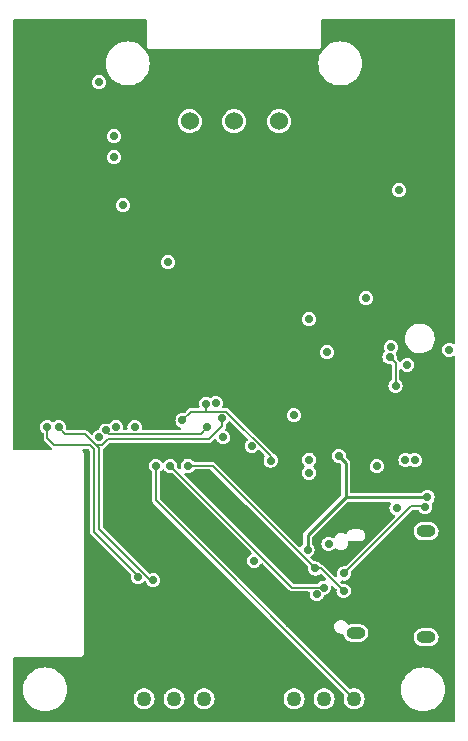
<source format=gbr>
%TF.GenerationSoftware,KiCad,Pcbnew,7.0.5*%
%TF.CreationDate,2023-06-16T17:12:54-04:00*%
%TF.ProjectId,ESP32Sensor-Sensor_board,45535033-3253-4656-9e73-6f722d53656e,rev?*%
%TF.SameCoordinates,Original*%
%TF.FileFunction,Copper,L2,Inr*%
%TF.FilePolarity,Positive*%
%FSLAX46Y46*%
G04 Gerber Fmt 4.6, Leading zero omitted, Abs format (unit mm)*
G04 Created by KiCad (PCBNEW 7.0.5) date 2023-06-16 17:12:54*
%MOMM*%
%LPD*%
G01*
G04 APERTURE LIST*
%TA.AperFunction,ComponentPad*%
%ADD10O,1.600000X1.000000*%
%TD*%
%TA.AperFunction,ComponentPad*%
%ADD11C,0.700000*%
%TD*%
%TA.AperFunction,ComponentPad*%
%ADD12C,1.270000*%
%TD*%
%TA.AperFunction,ComponentPad*%
%ADD13C,1.524000*%
%TD*%
%TA.AperFunction,ViaPad*%
%ADD14C,0.700000*%
%TD*%
%TA.AperFunction,Conductor*%
%ADD15C,0.127000*%
%TD*%
%TA.AperFunction,Conductor*%
%ADD16C,0.254000*%
%TD*%
G04 APERTURE END LIST*
D10*
%TO.N,N/C*%
%TO.C,J2*%
X10306000Y-52218000D03*
X16256000Y-52578000D03*
X16256000Y-43598000D03*
%TD*%
D11*
%TO.N,GND*%
%TO.C,U5*%
X4827500Y-45790000D03*
X4827500Y-46890000D03*
%TD*%
D12*
%TO.N,GND*%
%TO.C,J5*%
X-10160000Y-57785000D03*
%TO.N,3.3V*%
X-7620000Y-57785000D03*
%TO.N,SCL*%
X-5080000Y-57785000D03*
%TO.N,SDA*%
X-2540000Y-57785000D03*
%TD*%
D13*
%TO.N,Net-(PD1-An)*%
%TO.C,PD1*%
X3810000Y-8890000D03*
%TO.N,The_better_5V*%
X-3746500Y-8890000D03*
X0Y-8890000D03*
%TD*%
D12*
%TO.N,GND*%
%TO.C,J6*%
X2540000Y-57785000D03*
%TO.N,GPIO1*%
X5080000Y-57785000D03*
%TO.N,GPIO2*%
X7620000Y-57785000D03*
%TO.N,GPIO3*%
X10160000Y-57785000D03*
%TD*%
D11*
%TO.N,Sensor_GND*%
%TO.C,U12*%
X6350000Y-37550000D03*
X6350000Y-38650000D03*
%TD*%
D14*
%TO.N,3.3V*%
X13766100Y-41653200D03*
X1704900Y-46100000D03*
%TO.N,GND*%
X13970000Y-55372000D03*
X-9398000Y-32258000D03*
X-16256000Y-13462000D03*
X11430000Y-57912000D03*
X-15494000Y-20320000D03*
X13208000Y-36322000D03*
X17272000Y-38608000D03*
X-8890000Y-52832000D03*
X6350000Y-57912000D03*
X6350000Y-55372000D03*
X1270000Y-42672000D03*
X-9144000Y-28194000D03*
X-11430000Y-57912000D03*
X-13970000Y-55372000D03*
X8890000Y-57912000D03*
X-11430000Y-50292000D03*
X-1270000Y-40132000D03*
X11430000Y-55372000D03*
X-6350000Y-57912000D03*
X11430000Y-42672000D03*
X3810000Y-55372000D03*
X-3810000Y-47752000D03*
X8890000Y-52832000D03*
X1270000Y-50292000D03*
X13970000Y-52832000D03*
X16256000Y-32512000D03*
X-11430000Y-47752000D03*
%TO.N,CC1*%
X8007100Y-44690700D03*
X6997100Y-48928300D03*
%TO.N,D+*%
X-5405100Y-38070000D03*
X7584600Y-48379200D03*
%TO.N,D-*%
X6875300Y-46758800D03*
X-3905100Y-38059500D03*
X9278600Y-48660000D03*
%TO.N,CC2*%
X16168900Y-41549600D03*
X9292000Y-47184100D03*
%TO.N,ESP_RXD*%
X-911500Y-35639200D03*
X-8419400Y-34801800D03*
%TO.N,GPIO9*%
X-6858000Y-47752000D03*
X-986600Y-34017200D03*
X-14848900Y-34800100D03*
%TO.N,ESP_EN*%
X-2286000Y-34798000D03*
X-10812300Y-35077200D03*
%TO.N,INT*%
X1501700Y-36392900D03*
X18227600Y-28237100D03*
X15322900Y-37587500D03*
%TO.N,SCL*%
X14510800Y-37576300D03*
%TO.N,SDA*%
X12078400Y-38106200D03*
%TO.N,LED_REF*%
X13276000Y-28023900D03*
X-10000900Y-34802700D03*
%TO.N,5V*%
X-4369750Y-34222050D03*
X3099100Y-37619500D03*
X-2346300Y-32811400D03*
%TO.N,Sensor_Analog*%
X13673100Y-31282800D03*
X13165200Y-28863000D03*
%TO.N,The_better_5V*%
X-1542700Y-32758700D03*
%TO.N,ESP_ADC*%
X14656300Y-29510800D03*
X-11405100Y-35634600D03*
%TO.N,GPIO3*%
X-6624500Y-38069500D03*
%TO.N,NeopixelLED*%
X-15811800Y-34785000D03*
X-8128000Y-47498000D03*
%TO.N,VBUS*%
X-9398000Y-16002000D03*
X16374900Y-40731700D03*
X6222900Y-45182100D03*
X8860100Y-37229900D03*
%TO.N,Sensor_GND*%
X6350000Y-25654000D03*
X-11430000Y-5588000D03*
X-5588000Y-20828000D03*
X11176000Y-23876000D03*
X-10160000Y-10160000D03*
X13970000Y-14732000D03*
X7874000Y-28448000D03*
X5080000Y-33782000D03*
X-10160000Y-11938000D03*
%TD*%
D15*
%TO.N,D+*%
X-5405100Y-38070000D02*
X4904100Y-48379200D01*
X4904100Y-48379200D02*
X7584600Y-48379200D01*
%TO.N,D-*%
X6875300Y-46758800D02*
X7377400Y-46758800D01*
X6875300Y-46758800D02*
X-1824000Y-38059500D01*
X7377400Y-46758800D02*
X9278600Y-48660000D01*
X-1824000Y-38059500D02*
X-3905100Y-38059500D01*
%TO.N,CC2*%
X14980200Y-41495900D02*
X16115200Y-41495900D01*
X16115200Y-41495900D02*
X16168900Y-41549600D01*
X9292000Y-47184100D02*
X14980200Y-41495900D01*
%TO.N,GPIO9*%
X-7112000Y-47752000D02*
X-11430000Y-43434000D01*
X-14283500Y-35365500D02*
X-12640500Y-35365500D01*
X-11176000Y-36322000D02*
X-10668000Y-35814000D01*
X-986600Y-34717200D02*
X-986600Y-34017200D01*
X-11430000Y-43434000D02*
X-11430000Y-36576000D01*
X-11744300Y-36261700D02*
X-11684000Y-36322000D01*
X-2083400Y-35814000D02*
X-1676700Y-35407300D01*
X-11430000Y-36576000D02*
X-11684000Y-36322000D01*
X-10668000Y-35814000D02*
X-2083400Y-35814000D01*
X-11684000Y-36322000D02*
X-11176000Y-36322000D01*
X-1676700Y-35407300D02*
X-986600Y-34717200D01*
X-12640500Y-35365500D02*
X-11744300Y-36261700D01*
X-14848900Y-34800100D02*
X-14283500Y-35365500D01*
X-6858000Y-47752000D02*
X-7112000Y-47752000D01*
%TO.N,ESP_EN*%
X-10555600Y-35333900D02*
X-10812300Y-35077200D01*
X-2286000Y-34798000D02*
X-2821900Y-35333900D01*
X-2821900Y-35333900D02*
X-10555600Y-35333900D01*
%TO.N,5V*%
X-2346300Y-33482200D02*
X-2346300Y-32811400D01*
X-2346300Y-33482200D02*
X-677600Y-33482200D01*
X3099100Y-37258900D02*
X3099100Y-37619500D01*
X-677600Y-33482200D02*
X3099100Y-37258900D01*
X-3629900Y-33482200D02*
X-2346300Y-33482200D01*
X-4369750Y-34222050D02*
X-3629900Y-33482200D01*
%TO.N,Sensor_Analog*%
X13673100Y-29370900D02*
X13165200Y-28863000D01*
X13673100Y-31282800D02*
X13673100Y-29370900D01*
%TO.N,GPIO3*%
X10160000Y-57785000D02*
X-6624500Y-41000500D01*
X-6624500Y-41000500D02*
X-6624500Y-38069500D01*
%TO.N,NeopixelLED*%
X-11895700Y-36618300D02*
X-12199650Y-36314350D01*
X-8128000Y-47498000D02*
X-8128000Y-47419200D01*
X-15232350Y-36314350D02*
X-15811800Y-35734900D01*
X-15811800Y-35734900D02*
X-15811800Y-34785000D01*
X-11895700Y-43651500D02*
X-11895700Y-36618300D01*
X-8128000Y-47419200D02*
X-11895700Y-43651500D01*
X-12199650Y-36314350D02*
X-15232350Y-36314350D01*
D16*
%TO.N,VBUS*%
X16374900Y-40731700D02*
X9443500Y-40731700D01*
X9443500Y-40731700D02*
X9443500Y-37813300D01*
X9443500Y-37813300D02*
X8860100Y-37229900D01*
X9443500Y-40731700D02*
X6222900Y-43952300D01*
X6222900Y-43952300D02*
X6222900Y-45182100D01*
%TD*%
%TA.AperFunction,Conductor*%
%TO.N,GND*%
G36*
X2090437Y-42418000D02*
G01*
X2032000Y-42418000D01*
X1016000Y-41402000D01*
X1015999Y-41343563D01*
X2090437Y-42418000D01*
G37*
%TD.AperFunction*%
%TA.AperFunction,Conductor*%
G36*
X-7423461Y-274185D02*
G01*
X-7377706Y-326989D01*
X-7366500Y-378500D01*
X-7366500Y-2502718D01*
X-7368882Y-2526906D01*
X-7371486Y-2540000D01*
X-7367689Y-2559086D01*
X-7367689Y-2559092D01*
X-7360568Y-2594891D01*
X-7351734Y-2639301D01*
X-7295484Y-2723484D01*
X-7211301Y-2779734D01*
X-7211298Y-2779734D01*
X-7211298Y-2779735D01*
X-7112002Y-2799486D01*
X-7112000Y-2799486D01*
X-7098907Y-2796882D01*
X-7074718Y-2794500D01*
X7074718Y-2794500D01*
X7098907Y-2796882D01*
X7112000Y-2799486D01*
X7112002Y-2799486D01*
X7211298Y-2779735D01*
X7211298Y-2779734D01*
X7211301Y-2779734D01*
X7295484Y-2723484D01*
X7351734Y-2639301D01*
X7360568Y-2594891D01*
X7367689Y-2559092D01*
X7367689Y-2559086D01*
X7371486Y-2540000D01*
X7368882Y-2526906D01*
X7366500Y-2502718D01*
X7366500Y-378500D01*
X7386185Y-311461D01*
X7438989Y-265706D01*
X7490500Y-254500D01*
X18621500Y-254500D01*
X18688539Y-274185D01*
X18734294Y-326989D01*
X18745500Y-378500D01*
X18745500Y-27626137D01*
X18725815Y-27693176D01*
X18673011Y-27738931D01*
X18603853Y-27748875D01*
X18546014Y-27724513D01*
X18530442Y-27712564D01*
X18384362Y-27652056D01*
X18384360Y-27652055D01*
X18227601Y-27631418D01*
X18227599Y-27631418D01*
X18070839Y-27652055D01*
X18070837Y-27652056D01*
X17924760Y-27712563D01*
X17799318Y-27808818D01*
X17703063Y-27934260D01*
X17700685Y-27940000D01*
X16804182Y-27940000D01*
X16847173Y-27874871D01*
X16935923Y-27667229D01*
X16986172Y-27447076D01*
X16996303Y-27221490D01*
X16965991Y-26997719D01*
X16896211Y-26782957D01*
X16789204Y-26584106D01*
X16648411Y-26407558D01*
X16479154Y-26259682D01*
X16478360Y-26258988D01*
X16478357Y-26258986D01*
X16284507Y-26143166D01*
X16166154Y-26098747D01*
X16073091Y-26063819D01*
X15850910Y-26023500D01*
X15850907Y-26023500D01*
X15681657Y-26023500D01*
X15650271Y-26026324D01*
X15513093Y-26038670D01*
X15295429Y-26098741D01*
X15295414Y-26098747D01*
X15091973Y-26196719D01*
X15091965Y-26196723D01*
X14909284Y-26329448D01*
X14909282Y-26329449D01*
X14753226Y-26492671D01*
X14628828Y-26681125D01*
X14540077Y-26888772D01*
X14540075Y-26888778D01*
X14489828Y-27108922D01*
X14489828Y-27108926D01*
X14479696Y-27334506D01*
X14479697Y-27334510D01*
X14510009Y-27558281D01*
X14510010Y-27558284D01*
X14579789Y-27773044D01*
X14686794Y-27971891D01*
X14686796Y-27971894D01*
X14827586Y-28148439D01*
X14827588Y-28148440D01*
X14827589Y-28148442D01*
X14864468Y-28180662D01*
X14936449Y-28243550D01*
X14478000Y-28702000D01*
X14478000Y-28934676D01*
X14353460Y-28986263D01*
X14228018Y-29082518D01*
X14136223Y-29202148D01*
X14079795Y-29243350D01*
X14010048Y-29247505D01*
X13949128Y-29213292D01*
X13930458Y-29188658D01*
X13917348Y-29165949D01*
X13887501Y-29140905D01*
X13883512Y-29137249D01*
X13795319Y-29049056D01*
X13761834Y-28987733D01*
X13760061Y-28945189D01*
X13770882Y-28863000D01*
X13770882Y-28862998D01*
X13750244Y-28706239D01*
X13750244Y-28706238D01*
X13693186Y-28568488D01*
X13685717Y-28499018D01*
X13709369Y-28445552D01*
X13800536Y-28326741D01*
X13861044Y-28180662D01*
X13881682Y-28023900D01*
X13881131Y-28019718D01*
X13861044Y-27867139D01*
X13861044Y-27867138D01*
X13800536Y-27721059D01*
X13704282Y-27595618D01*
X13578841Y-27499364D01*
X13432762Y-27438856D01*
X13432760Y-27438855D01*
X13276001Y-27418218D01*
X13275999Y-27418218D01*
X13119239Y-27438855D01*
X13119237Y-27438856D01*
X12973160Y-27499363D01*
X12847718Y-27595618D01*
X12751463Y-27721060D01*
X12690956Y-27867137D01*
X12690955Y-27867139D01*
X12670318Y-28023898D01*
X12670318Y-28023901D01*
X12690955Y-28180660D01*
X12690957Y-28180665D01*
X12748013Y-28318412D01*
X12755482Y-28387881D01*
X12731828Y-28441350D01*
X12640664Y-28560157D01*
X12580156Y-28706237D01*
X12580155Y-28706239D01*
X12559518Y-28862998D01*
X12559518Y-28863001D01*
X12580155Y-29019760D01*
X12580156Y-29019762D01*
X12640664Y-29165841D01*
X12736918Y-29291282D01*
X12862359Y-29387536D01*
X13008438Y-29448044D01*
X13086819Y-29458363D01*
X13165199Y-29468682D01*
X13165200Y-29468682D01*
X13165201Y-29468682D01*
X13199773Y-29464130D01*
X13218914Y-29461610D01*
X13287949Y-29472375D01*
X13340205Y-29518755D01*
X13359100Y-29584549D01*
X13359100Y-30705675D01*
X13339415Y-30772714D01*
X13310588Y-30804050D01*
X13244819Y-30854517D01*
X13148563Y-30979960D01*
X13088056Y-31126037D01*
X13088055Y-31126039D01*
X13067418Y-31282798D01*
X13067418Y-31282801D01*
X13088055Y-31439560D01*
X13088056Y-31439562D01*
X13148564Y-31585641D01*
X13244818Y-31711082D01*
X13370259Y-31807336D01*
X13516338Y-31867844D01*
X13594718Y-31878162D01*
X13673099Y-31888482D01*
X13673100Y-31888482D01*
X13673101Y-31888482D01*
X13725353Y-31881602D01*
X13829862Y-31867844D01*
X13975941Y-31807336D01*
X14101382Y-31711082D01*
X14197636Y-31585641D01*
X14258144Y-31439562D01*
X14278782Y-31282800D01*
X14258144Y-31126038D01*
X14197636Y-30979959D01*
X14101382Y-30854518D01*
X14073127Y-30832837D01*
X14035612Y-30804050D01*
X13994410Y-30747621D01*
X13987100Y-30705675D01*
X13987100Y-29990403D01*
X14006785Y-29923364D01*
X14059589Y-29877609D01*
X14128747Y-29867665D01*
X14192303Y-29896690D01*
X14209473Y-29914914D01*
X14228018Y-29939082D01*
X14353459Y-30035336D01*
X14478000Y-30086922D01*
X14478000Y-33528000D01*
X10922000Y-36830000D01*
X10414000Y-37338000D01*
X10414000Y-40354200D01*
X9945000Y-40354200D01*
X9877961Y-40334515D01*
X9832206Y-40281711D01*
X9821000Y-40230200D01*
X9821000Y-37865311D01*
X9823639Y-37839866D01*
X9824615Y-37835209D01*
X9825893Y-37829116D01*
X9822683Y-37803360D01*
X9821477Y-37793683D01*
X9821000Y-37786007D01*
X9821000Y-37782022D01*
X9820999Y-37782016D01*
X9820038Y-37776260D01*
X9817344Y-37760117D01*
X9816978Y-37757599D01*
X9810309Y-37704095D01*
X9808052Y-37696518D01*
X9805482Y-37689029D01*
X9779830Y-37641629D01*
X9778656Y-37639350D01*
X9754976Y-37590911D01*
X9750390Y-37584487D01*
X9745516Y-37578224D01*
X9705842Y-37541702D01*
X9703992Y-37539927D01*
X9583602Y-37419537D01*
X9500665Y-37336599D01*
X9467181Y-37275278D01*
X9465409Y-37232730D01*
X9465782Y-37229900D01*
X9445144Y-37073138D01*
X9384636Y-36927059D01*
X9288382Y-36801618D01*
X9162941Y-36705364D01*
X9139704Y-36695739D01*
X9016862Y-36644856D01*
X9016860Y-36644855D01*
X8860101Y-36624218D01*
X8860099Y-36624218D01*
X8703339Y-36644855D01*
X8703337Y-36644856D01*
X8557260Y-36705363D01*
X8431818Y-36801618D01*
X8335563Y-36927060D01*
X8275056Y-37073137D01*
X8275055Y-37073139D01*
X8254418Y-37229898D01*
X8254418Y-37229901D01*
X8275055Y-37386660D01*
X8275056Y-37386662D01*
X8311421Y-37474456D01*
X8335564Y-37532741D01*
X8431818Y-37658182D01*
X8557259Y-37754436D01*
X8703338Y-37814944D01*
X8781719Y-37825263D01*
X8860099Y-37835582D01*
X8860099Y-37835581D01*
X8860100Y-37835582D01*
X8862932Y-37835209D01*
X8865324Y-37835582D01*
X8868228Y-37835582D01*
X8868228Y-37836034D01*
X8931967Y-37845974D01*
X8966800Y-37870466D01*
X9029681Y-37933346D01*
X9063166Y-37994669D01*
X9066000Y-38021028D01*
X9066000Y-40523971D01*
X9046315Y-40591010D01*
X9029681Y-40611652D01*
X7223332Y-42418000D01*
X2978563Y-42418000D01*
X2015977Y-41455414D01*
X1016000Y-40455436D01*
X1016000Y-38650001D01*
X5744318Y-38650001D01*
X5764955Y-38806760D01*
X5764956Y-38806762D01*
X5825464Y-38952841D01*
X5921718Y-39078282D01*
X6047159Y-39174536D01*
X6193238Y-39235044D01*
X6271619Y-39245363D01*
X6349999Y-39255682D01*
X6350000Y-39255682D01*
X6350001Y-39255682D01*
X6402254Y-39248802D01*
X6506762Y-39235044D01*
X6652841Y-39174536D01*
X6778282Y-39078282D01*
X6874536Y-38952841D01*
X6935044Y-38806762D01*
X6955682Y-38650000D01*
X6955237Y-38646623D01*
X6935044Y-38493239D01*
X6935044Y-38493238D01*
X6874536Y-38347159D01*
X6778282Y-38221718D01*
X6747860Y-38198374D01*
X6706658Y-38141949D01*
X6702503Y-38072203D01*
X6736714Y-38011282D01*
X6747851Y-38001631D01*
X6778282Y-37978282D01*
X6874536Y-37852841D01*
X6935044Y-37706762D01*
X6955682Y-37550000D01*
X6953702Y-37534964D01*
X6935044Y-37393239D01*
X6935044Y-37393238D01*
X6874536Y-37247159D01*
X6778282Y-37121718D01*
X6652841Y-37025464D01*
X6651880Y-37025066D01*
X6506762Y-36964956D01*
X6506760Y-36964955D01*
X6350001Y-36944318D01*
X6349999Y-36944318D01*
X6193239Y-36964955D01*
X6193237Y-36964956D01*
X6047160Y-37025463D01*
X5921718Y-37121718D01*
X5825463Y-37247160D01*
X5764956Y-37393237D01*
X5764955Y-37393239D01*
X5744318Y-37549998D01*
X5744318Y-37550001D01*
X5764955Y-37706760D01*
X5764956Y-37706762D01*
X5823112Y-37847164D01*
X5825464Y-37852841D01*
X5921718Y-37978282D01*
X5952140Y-38001625D01*
X5993341Y-38058052D01*
X5997496Y-38127798D01*
X5963283Y-38188719D01*
X5952146Y-38198369D01*
X5921719Y-38221717D01*
X5921718Y-38221718D01*
X5825463Y-38347160D01*
X5764956Y-38493237D01*
X5764955Y-38493239D01*
X5744318Y-38649998D01*
X5744318Y-38650001D01*
X1016000Y-38650001D01*
X1016000Y-36746353D01*
X1073418Y-36821182D01*
X1198859Y-36917436D01*
X1344938Y-36977944D01*
X1423319Y-36988263D01*
X1501699Y-36998582D01*
X1501700Y-36998582D01*
X1501701Y-36998582D01*
X1557354Y-36991255D01*
X1658462Y-36977944D01*
X1804541Y-36917436D01*
X1929982Y-36821182D01*
X1968661Y-36770774D01*
X2025088Y-36729572D01*
X2094834Y-36725417D01*
X2154717Y-36758580D01*
X2557880Y-37161743D01*
X2591365Y-37223066D01*
X2586381Y-37292758D01*
X2577588Y-37311421D01*
X2574564Y-37316658D01*
X2514056Y-37462737D01*
X2514055Y-37462739D01*
X2493418Y-37619498D01*
X2493418Y-37619501D01*
X2514055Y-37776260D01*
X2514056Y-37776262D01*
X2566444Y-37902739D01*
X2574564Y-37922341D01*
X2670818Y-38047782D01*
X2796259Y-38144036D01*
X2942338Y-38204544D01*
X3020718Y-38214863D01*
X3099099Y-38225182D01*
X3099100Y-38225182D01*
X3099101Y-38225182D01*
X3166854Y-38216262D01*
X3255862Y-38204544D01*
X3401941Y-38144036D01*
X3527382Y-38047782D01*
X3623636Y-37922341D01*
X3684144Y-37776262D01*
X3704782Y-37619500D01*
X3700172Y-37584487D01*
X3685687Y-37474456D01*
X3684144Y-37462738D01*
X3623636Y-37316659D01*
X3527382Y-37191218D01*
X3527380Y-37191217D01*
X3527380Y-37191216D01*
X3401942Y-37094964D01*
X3392908Y-37091222D01*
X3345381Y-37056371D01*
X3343351Y-37053952D01*
X3313501Y-37028905D01*
X3309512Y-37025249D01*
X66265Y-33782001D01*
X4474318Y-33782001D01*
X4494955Y-33938760D01*
X4494956Y-33938762D01*
X4549657Y-34070823D01*
X4555464Y-34084841D01*
X4651718Y-34210282D01*
X4777159Y-34306536D01*
X4923238Y-34367044D01*
X4979265Y-34374420D01*
X5079999Y-34387682D01*
X5080000Y-34387682D01*
X5080001Y-34387682D01*
X5132253Y-34380802D01*
X5236762Y-34367044D01*
X5382841Y-34306536D01*
X5508282Y-34210282D01*
X5604536Y-34084841D01*
X5665044Y-33938762D01*
X5681221Y-33815885D01*
X5685682Y-33782001D01*
X5685682Y-33781998D01*
X5666593Y-33637005D01*
X5665044Y-33625238D01*
X5604536Y-33479159D01*
X5508282Y-33353718D01*
X5382841Y-33257464D01*
X5285449Y-33217123D01*
X5236762Y-33196956D01*
X5236760Y-33196955D01*
X5080001Y-33176318D01*
X5079999Y-33176318D01*
X4923239Y-33196955D01*
X4923237Y-33196956D01*
X4777160Y-33257463D01*
X4651718Y-33353718D01*
X4555463Y-33479160D01*
X4494956Y-33625237D01*
X4494955Y-33625239D01*
X4474318Y-33781998D01*
X4474318Y-33782001D01*
X66265Y-33782001D01*
X-443956Y-33271780D01*
X-447611Y-33267791D01*
X-472650Y-33237951D01*
X-472653Y-33237949D01*
X-506386Y-33218473D01*
X-510948Y-33215567D01*
X-542849Y-33193230D01*
X-549055Y-33190336D01*
X-562121Y-33184924D01*
X-568552Y-33182584D01*
X-606904Y-33175821D01*
X-612184Y-33174650D01*
X-649809Y-33164568D01*
X-680542Y-33167257D01*
X-688618Y-33167964D01*
X-694021Y-33168200D01*
X-876765Y-33168200D01*
X-943804Y-33148515D01*
X-989559Y-33095711D01*
X-999503Y-33026553D01*
X-991327Y-32996751D01*
X-957656Y-32915462D01*
X-957655Y-32915460D01*
X-937018Y-32758701D01*
X-937018Y-32758698D01*
X-957655Y-32601939D01*
X-957656Y-32601937D01*
X-1018163Y-32455860D01*
X-1114418Y-32330418D01*
X-1239860Y-32234163D01*
X-1385937Y-32173656D01*
X-1385939Y-32173655D01*
X-1542699Y-32153018D01*
X-1542701Y-32153018D01*
X-1699460Y-32173655D01*
X-1699462Y-32173656D01*
X-1845542Y-32234164D01*
X-1903978Y-32279004D01*
X-1969147Y-32304198D01*
X-2037592Y-32290160D01*
X-2041457Y-32288019D01*
X-2043454Y-32286866D01*
X-2189537Y-32226356D01*
X-2189539Y-32226355D01*
X-2346299Y-32205718D01*
X-2346301Y-32205718D01*
X-2503060Y-32226355D01*
X-2503062Y-32226356D01*
X-2630165Y-32279004D01*
X-2649141Y-32286864D01*
X-2774582Y-32383118D01*
X-2870836Y-32508559D01*
X-2931344Y-32654638D01*
X-2951982Y-32811400D01*
X-2931344Y-32968162D01*
X-2919502Y-32996749D01*
X-2912034Y-33066216D01*
X-2943308Y-33128695D01*
X-3003397Y-33164348D01*
X-3034064Y-33168200D01*
X-3613479Y-33168200D01*
X-3618881Y-33167964D01*
X-3625795Y-33167359D01*
X-3657689Y-33164568D01*
X-3695319Y-33174651D01*
X-3700600Y-33175822D01*
X-3738953Y-33182585D01*
X-3745420Y-33184939D01*
X-3758418Y-33190323D01*
X-3764646Y-33193228D01*
X-3764649Y-33193229D01*
X-3789296Y-33210486D01*
X-3796566Y-33215576D01*
X-3801126Y-33218480D01*
X-3834849Y-33237951D01*
X-3834850Y-33237952D01*
X-3859883Y-33267785D01*
X-3863528Y-33271764D01*
X-4070922Y-33479159D01*
X-4183693Y-33591930D01*
X-4245016Y-33625415D01*
X-4287559Y-33627188D01*
X-4369749Y-33616368D01*
X-4369751Y-33616368D01*
X-4526510Y-33637005D01*
X-4526512Y-33637006D01*
X-4672591Y-33697514D01*
X-4798032Y-33793768D01*
X-4894286Y-33919209D01*
X-4954794Y-34065288D01*
X-4954794Y-34065289D01*
X-4974853Y-34217655D01*
X-4975432Y-34222050D01*
X-4954794Y-34378812D01*
X-4894286Y-34524891D01*
X-4798032Y-34650332D01*
X-4672591Y-34746586D01*
X-4605541Y-34774359D01*
X-4588690Y-34781339D01*
X-4534286Y-34825180D01*
X-4512221Y-34891474D01*
X-4529500Y-34959173D01*
X-4580637Y-35006784D01*
X-4636142Y-35019900D01*
X-7701037Y-35019900D01*
X-7768076Y-35000215D01*
X-7813831Y-34947411D01*
X-7823976Y-34879714D01*
X-7823783Y-34878253D01*
X-7813718Y-34801800D01*
X-7813718Y-34801798D01*
X-7834355Y-34645039D01*
X-7834356Y-34645037D01*
X-7894863Y-34498960D01*
X-7991118Y-34373518D01*
X-8116560Y-34277263D01*
X-8262637Y-34216756D01*
X-8262639Y-34216755D01*
X-8419399Y-34196118D01*
X-8419401Y-34196118D01*
X-8576160Y-34216755D01*
X-8576162Y-34216756D01*
X-8718134Y-34275563D01*
X-8722241Y-34277264D01*
X-8847682Y-34373518D01*
X-8943936Y-34498959D01*
X-9004444Y-34645038D01*
X-9004955Y-34648918D01*
X-9024858Y-34800101D01*
X-9025082Y-34801800D01*
X-9015017Y-34878253D01*
X-9014824Y-34879714D01*
X-9025589Y-34948749D01*
X-9071969Y-35001005D01*
X-9137763Y-35019900D01*
X-9282418Y-35019900D01*
X-9349457Y-35000215D01*
X-9395212Y-34947411D01*
X-9405357Y-34879715D01*
X-9395218Y-34802701D01*
X-9395218Y-34802698D01*
X-9415855Y-34645939D01*
X-9415856Y-34645937D01*
X-9476363Y-34499860D01*
X-9572618Y-34374418D01*
X-9698060Y-34278163D01*
X-9844137Y-34217656D01*
X-9844139Y-34217655D01*
X-10000899Y-34197018D01*
X-10000901Y-34197018D01*
X-10157660Y-34217655D01*
X-10157662Y-34217656D01*
X-10301568Y-34277264D01*
X-10303741Y-34278164D01*
X-10429182Y-34374418D01*
X-10454354Y-34407223D01*
X-10494407Y-34459420D01*
X-10550835Y-34500622D01*
X-10620581Y-34504777D01*
X-10640230Y-34498496D01*
X-10655534Y-34492157D01*
X-10655539Y-34492155D01*
X-10812299Y-34471518D01*
X-10812301Y-34471518D01*
X-10969060Y-34492155D01*
X-10969062Y-34492156D01*
X-11053868Y-34527284D01*
X-11115141Y-34552664D01*
X-11240582Y-34648918D01*
X-11336836Y-34774359D01*
X-11397344Y-34920438D01*
X-11397344Y-34920440D01*
X-11399321Y-34935456D01*
X-11427587Y-34999353D01*
X-11485911Y-35037825D01*
X-11506074Y-35042211D01*
X-11537783Y-35046385D01*
X-11561862Y-35049556D01*
X-11652088Y-35086929D01*
X-11707941Y-35110064D01*
X-11833382Y-35206318D01*
X-11929636Y-35331759D01*
X-11929636Y-35331760D01*
X-11929637Y-35331761D01*
X-11946644Y-35372820D01*
X-11990484Y-35427224D01*
X-12056778Y-35449289D01*
X-12124478Y-35432010D01*
X-12148886Y-35413049D01*
X-12406856Y-35155080D01*
X-12410511Y-35151091D01*
X-12435550Y-35121251D01*
X-12435553Y-35121249D01*
X-12469286Y-35101773D01*
X-12473848Y-35098867D01*
X-12505749Y-35076530D01*
X-12511955Y-35073636D01*
X-12525021Y-35068224D01*
X-12531452Y-35065884D01*
X-12569804Y-35059121D01*
X-12575084Y-35057950D01*
X-12612709Y-35047868D01*
X-12643442Y-35050557D01*
X-12651518Y-35051264D01*
X-12656921Y-35051500D01*
X-14102074Y-35051500D01*
X-14169113Y-35031815D01*
X-14189757Y-35015180D01*
X-14218782Y-34986154D01*
X-14252266Y-34924830D01*
X-14254038Y-34882289D01*
X-14243218Y-34800101D01*
X-14243218Y-34800098D01*
X-14263855Y-34643339D01*
X-14263856Y-34643337D01*
X-14324363Y-34497260D01*
X-14420618Y-34371818D01*
X-14546060Y-34275563D01*
X-14692137Y-34215056D01*
X-14692139Y-34215055D01*
X-14848899Y-34194418D01*
X-14848901Y-34194418D01*
X-15005660Y-34215055D01*
X-15005662Y-34215056D01*
X-15151742Y-34275564D01*
X-15165347Y-34286004D01*
X-15245024Y-34347142D01*
X-15310192Y-34372337D01*
X-15378637Y-34358299D01*
X-15395996Y-34347143D01*
X-15508957Y-34260464D01*
X-15655037Y-34199956D01*
X-15655039Y-34199955D01*
X-15811799Y-34179318D01*
X-15811801Y-34179318D01*
X-15968560Y-34199955D01*
X-15968562Y-34199956D01*
X-16114641Y-34260464D01*
X-16240082Y-34356718D01*
X-16336336Y-34482159D01*
X-16396844Y-34628238D01*
X-16399753Y-34650331D01*
X-16413669Y-34756040D01*
X-16417482Y-34785000D01*
X-16396844Y-34941762D01*
X-16336336Y-35087841D01*
X-16240082Y-35213282D01*
X-16174314Y-35263747D01*
X-16133111Y-35320175D01*
X-16125800Y-35362123D01*
X-16125800Y-35560000D01*
X-18745500Y-35560000D01*
X-18745500Y-28448001D01*
X7268318Y-28448001D01*
X7288955Y-28604760D01*
X7288956Y-28604762D01*
X7349464Y-28750841D01*
X7445718Y-28876282D01*
X7571159Y-28972536D01*
X7717238Y-29033044D01*
X7795619Y-29043363D01*
X7873999Y-29053682D01*
X7874000Y-29053682D01*
X7874001Y-29053682D01*
X7926253Y-29046802D01*
X8030762Y-29033044D01*
X8176841Y-28972536D01*
X8302282Y-28876282D01*
X8398536Y-28750841D01*
X8459044Y-28604762D01*
X8478464Y-28457252D01*
X8479682Y-28448001D01*
X8479682Y-28447998D01*
X8463718Y-28326739D01*
X8459044Y-28291238D01*
X8398536Y-28145159D01*
X8302282Y-28019718D01*
X8176841Y-27923464D01*
X8030762Y-27862956D01*
X8030760Y-27862955D01*
X7874001Y-27842318D01*
X7873999Y-27842318D01*
X7717239Y-27862955D01*
X7717237Y-27862956D01*
X7571160Y-27923463D01*
X7445718Y-28019718D01*
X7349463Y-28145160D01*
X7288956Y-28291237D01*
X7288955Y-28291239D01*
X7268318Y-28447998D01*
X7268318Y-28448001D01*
X-18745500Y-28448001D01*
X-18745500Y-25654001D01*
X5744318Y-25654001D01*
X5764955Y-25810760D01*
X5764956Y-25810762D01*
X5825464Y-25956841D01*
X5921718Y-26082282D01*
X6047159Y-26178536D01*
X6193238Y-26239044D01*
X6271619Y-26249363D01*
X6349999Y-26259682D01*
X6350000Y-26259682D01*
X6350001Y-26259682D01*
X6402253Y-26252802D01*
X6506762Y-26239044D01*
X6652841Y-26178536D01*
X6778282Y-26082282D01*
X6874536Y-25956841D01*
X6935044Y-25810762D01*
X6955682Y-25654000D01*
X6935044Y-25497238D01*
X6874536Y-25351159D01*
X6778282Y-25225718D01*
X6652841Y-25129464D01*
X6506762Y-25068956D01*
X6506760Y-25068955D01*
X6350001Y-25048318D01*
X6349999Y-25048318D01*
X6193239Y-25068955D01*
X6193237Y-25068956D01*
X6047160Y-25129463D01*
X5921718Y-25225718D01*
X5825463Y-25351160D01*
X5764956Y-25497237D01*
X5764955Y-25497239D01*
X5744318Y-25653998D01*
X5744318Y-25654001D01*
X-18745500Y-25654001D01*
X-18745500Y-23876001D01*
X10570318Y-23876001D01*
X10590955Y-24032760D01*
X10590956Y-24032762D01*
X10651464Y-24178841D01*
X10747718Y-24304282D01*
X10873159Y-24400536D01*
X11019238Y-24461044D01*
X11097619Y-24471363D01*
X11175999Y-24481682D01*
X11176000Y-24481682D01*
X11176001Y-24481682D01*
X11228253Y-24474802D01*
X11332762Y-24461044D01*
X11478841Y-24400536D01*
X11604282Y-24304282D01*
X11700536Y-24178841D01*
X11761044Y-24032762D01*
X11781682Y-23876000D01*
X11761044Y-23719238D01*
X11700536Y-23573159D01*
X11604282Y-23447718D01*
X11478841Y-23351464D01*
X11332762Y-23290956D01*
X11332760Y-23290955D01*
X11176001Y-23270318D01*
X11175999Y-23270318D01*
X11019239Y-23290955D01*
X11019237Y-23290956D01*
X10873160Y-23351463D01*
X10747718Y-23447718D01*
X10651463Y-23573160D01*
X10590956Y-23719237D01*
X10590955Y-23719239D01*
X10570318Y-23875998D01*
X10570318Y-23876001D01*
X-18745500Y-23876001D01*
X-18745500Y-20828000D01*
X-6193682Y-20828000D01*
X-6173044Y-20984762D01*
X-6112536Y-21130841D01*
X-6016282Y-21256282D01*
X-5890841Y-21352536D01*
X-5744762Y-21413044D01*
X-5640253Y-21426802D01*
X-5588001Y-21433682D01*
X-5588000Y-21433682D01*
X-5587999Y-21433682D01*
X-5509619Y-21423363D01*
X-5431238Y-21413044D01*
X-5285159Y-21352536D01*
X-5159718Y-21256282D01*
X-5063464Y-21130841D01*
X-5002956Y-20984762D01*
X-5002955Y-20984760D01*
X-4982318Y-20828001D01*
X-4982318Y-20827998D01*
X-5002955Y-20671239D01*
X-5002956Y-20671237D01*
X-5063463Y-20525160D01*
X-5159718Y-20399718D01*
X-5285160Y-20303463D01*
X-5431237Y-20242956D01*
X-5431239Y-20242955D01*
X-5587999Y-20222318D01*
X-5588001Y-20222318D01*
X-5744760Y-20242955D01*
X-5744762Y-20242956D01*
X-5890841Y-20303464D01*
X-6016282Y-20399718D01*
X-6112536Y-20525159D01*
X-6173044Y-20671238D01*
X-6193682Y-20828000D01*
X-18745500Y-20828000D01*
X-18745500Y-16002000D01*
X-10003682Y-16002000D01*
X-9983044Y-16158762D01*
X-9922536Y-16304841D01*
X-9826282Y-16430282D01*
X-9700841Y-16526536D01*
X-9554762Y-16587044D01*
X-9450254Y-16600802D01*
X-9398001Y-16607682D01*
X-9398000Y-16607682D01*
X-9397999Y-16607682D01*
X-9319619Y-16597363D01*
X-9241238Y-16587044D01*
X-9095159Y-16526536D01*
X-8969718Y-16430282D01*
X-8873464Y-16304841D01*
X-8812956Y-16158762D01*
X-8812955Y-16158760D01*
X-8792318Y-16002001D01*
X-8792318Y-16001998D01*
X-8812955Y-15845239D01*
X-8812956Y-15845237D01*
X-8873463Y-15699160D01*
X-8969718Y-15573718D01*
X-9095160Y-15477463D01*
X-9241237Y-15416956D01*
X-9241239Y-15416955D01*
X-9397999Y-15396318D01*
X-9398001Y-15396318D01*
X-9554760Y-15416955D01*
X-9554762Y-15416956D01*
X-9700841Y-15477464D01*
X-9826282Y-15573718D01*
X-9922536Y-15699159D01*
X-9983044Y-15845238D01*
X-10003682Y-16002000D01*
X-18745500Y-16002000D01*
X-18745500Y-14732001D01*
X13364318Y-14732001D01*
X13384955Y-14888760D01*
X13384956Y-14888762D01*
X13445464Y-15034841D01*
X13541718Y-15160282D01*
X13667159Y-15256536D01*
X13813238Y-15317044D01*
X13891619Y-15327363D01*
X13969999Y-15337682D01*
X13970000Y-15337682D01*
X13970001Y-15337682D01*
X14022253Y-15330802D01*
X14126762Y-15317044D01*
X14272841Y-15256536D01*
X14398282Y-15160282D01*
X14494536Y-15034841D01*
X14555044Y-14888762D01*
X14575682Y-14732000D01*
X14555044Y-14575238D01*
X14494536Y-14429159D01*
X14398282Y-14303718D01*
X14272841Y-14207464D01*
X14126762Y-14146956D01*
X14126760Y-14146955D01*
X13970001Y-14126318D01*
X13969999Y-14126318D01*
X13813239Y-14146955D01*
X13813237Y-14146956D01*
X13667160Y-14207463D01*
X13541718Y-14303718D01*
X13445463Y-14429160D01*
X13384956Y-14575237D01*
X13384955Y-14575239D01*
X13364318Y-14731998D01*
X13364318Y-14732001D01*
X-18745500Y-14732001D01*
X-18745500Y-11938000D01*
X-10765682Y-11938000D01*
X-10745044Y-12094762D01*
X-10684536Y-12240841D01*
X-10588282Y-12366282D01*
X-10462841Y-12462536D01*
X-10316762Y-12523044D01*
X-10212253Y-12536802D01*
X-10160001Y-12543682D01*
X-10160000Y-12543682D01*
X-10159999Y-12543682D01*
X-10081619Y-12533363D01*
X-10003238Y-12523044D01*
X-9857159Y-12462536D01*
X-9731718Y-12366282D01*
X-9635464Y-12240841D01*
X-9574956Y-12094762D01*
X-9574955Y-12094760D01*
X-9554318Y-11938001D01*
X-9554318Y-11937998D01*
X-9574955Y-11781239D01*
X-9574956Y-11781237D01*
X-9635463Y-11635160D01*
X-9731718Y-11509718D01*
X-9857160Y-11413463D01*
X-10003237Y-11352956D01*
X-10003239Y-11352955D01*
X-10159999Y-11332318D01*
X-10160001Y-11332318D01*
X-10316760Y-11352955D01*
X-10316762Y-11352956D01*
X-10462841Y-11413464D01*
X-10588282Y-11509718D01*
X-10684536Y-11635159D01*
X-10745044Y-11781238D01*
X-10765682Y-11938000D01*
X-18745500Y-11938000D01*
X-18745500Y-10160000D01*
X-10765682Y-10160000D01*
X-10745044Y-10316762D01*
X-10684536Y-10462841D01*
X-10588282Y-10588282D01*
X-10462841Y-10684536D01*
X-10316762Y-10745044D01*
X-10212253Y-10758802D01*
X-10160001Y-10765682D01*
X-10160000Y-10765682D01*
X-10159999Y-10765682D01*
X-10081619Y-10755363D01*
X-10003238Y-10745044D01*
X-9857159Y-10684536D01*
X-9731718Y-10588282D01*
X-9635464Y-10462841D01*
X-9574956Y-10316762D01*
X-9574955Y-10316760D01*
X-9554318Y-10160001D01*
X-9554318Y-10159998D01*
X-9574955Y-10003239D01*
X-9574956Y-10003237D01*
X-9635463Y-9857160D01*
X-9731718Y-9731718D01*
X-9857160Y-9635463D01*
X-10003237Y-9574956D01*
X-10003239Y-9574955D01*
X-10159999Y-9554318D01*
X-10160001Y-9554318D01*
X-10316760Y-9574955D01*
X-10316762Y-9574956D01*
X-10462841Y-9635464D01*
X-10588282Y-9731718D01*
X-10684536Y-9857159D01*
X-10745044Y-10003238D01*
X-10765682Y-10160000D01*
X-18745500Y-10160000D01*
X-18745500Y-8890000D01*
X-4763899Y-8890000D01*
X-4744350Y-9088485D01*
X-4686454Y-9279342D01*
X-4592436Y-9455237D01*
X-4465910Y-9609410D01*
X-4311737Y-9735936D01*
X-4135842Y-9829954D01*
X-3944985Y-9887850D01*
X-3746500Y-9907399D01*
X-3548015Y-9887850D01*
X-3357158Y-9829954D01*
X-3357154Y-9829951D01*
X-3357151Y-9829951D01*
X-3181268Y-9735939D01*
X-3181266Y-9735937D01*
X-3181263Y-9735936D01*
X-3134375Y-9697456D01*
X-3027089Y-9609410D01*
X-2900565Y-9455238D01*
X-2900560Y-9455231D01*
X-2806548Y-9279348D01*
X-2748649Y-9088481D01*
X-2729101Y-8890000D01*
X-1017399Y-8890000D01*
X-997850Y-9088485D01*
X-939954Y-9279342D01*
X-845936Y-9455237D01*
X-719410Y-9609410D01*
X-565237Y-9735936D01*
X-389342Y-9829954D01*
X-198485Y-9887850D01*
X0Y-9907399D01*
X198485Y-9887850D01*
X389342Y-9829954D01*
X565237Y-9735936D01*
X719410Y-9609410D01*
X845936Y-9455237D01*
X939954Y-9279342D01*
X997850Y-9088485D01*
X1017399Y-8890000D01*
X2792601Y-8890000D01*
X2812149Y-9088481D01*
X2870048Y-9279348D01*
X2964060Y-9455231D01*
X2964065Y-9455238D01*
X3090589Y-9609410D01*
X3197875Y-9697456D01*
X3244763Y-9735936D01*
X3244766Y-9735937D01*
X3244768Y-9735939D01*
X3420651Y-9829951D01*
X3420654Y-9829951D01*
X3420658Y-9829954D01*
X3611515Y-9887850D01*
X3810000Y-9907399D01*
X4008485Y-9887850D01*
X4199342Y-9829954D01*
X4375237Y-9735936D01*
X4529410Y-9609410D01*
X4655936Y-9455237D01*
X4749954Y-9279342D01*
X4807850Y-9088485D01*
X4827399Y-8890000D01*
X4807850Y-8691515D01*
X4749954Y-8500658D01*
X4749951Y-8500654D01*
X4749951Y-8500651D01*
X4655939Y-8324768D01*
X4655937Y-8324766D01*
X4655936Y-8324763D01*
X4617456Y-8277875D01*
X4529410Y-8170589D01*
X4375238Y-8044065D01*
X4375231Y-8044060D01*
X4199348Y-7950048D01*
X4199342Y-7950046D01*
X4008485Y-7892150D01*
X4008483Y-7892149D01*
X4008481Y-7892149D01*
X3810000Y-7872601D01*
X3611518Y-7892149D01*
X3420651Y-7950048D01*
X3244768Y-8044060D01*
X3244761Y-8044065D01*
X3090589Y-8170589D01*
X2964065Y-8324761D01*
X2964060Y-8324768D01*
X2870048Y-8500651D01*
X2812149Y-8691518D01*
X2792601Y-8890000D01*
X1017399Y-8890000D01*
X997850Y-8691515D01*
X939954Y-8500658D01*
X939951Y-8500654D01*
X939951Y-8500651D01*
X845939Y-8324768D01*
X845937Y-8324766D01*
X845936Y-8324763D01*
X807456Y-8277875D01*
X719410Y-8170589D01*
X565238Y-8044065D01*
X565231Y-8044060D01*
X389348Y-7950048D01*
X389342Y-7950046D01*
X198485Y-7892150D01*
X198483Y-7892149D01*
X198481Y-7892149D01*
X0Y-7872601D01*
X-198481Y-7892149D01*
X-198483Y-7892149D01*
X-198485Y-7892150D01*
X-389342Y-7950046D01*
X-389348Y-7950048D01*
X-565231Y-8044060D01*
X-565238Y-8044065D01*
X-719410Y-8170589D01*
X-807456Y-8277875D01*
X-845936Y-8324763D01*
X-845937Y-8324766D01*
X-845939Y-8324768D01*
X-939951Y-8500651D01*
X-939951Y-8500654D01*
X-939954Y-8500658D01*
X-997850Y-8691515D01*
X-1017399Y-8890000D01*
X-2729101Y-8890000D01*
X-2748649Y-8691518D01*
X-2806548Y-8500651D01*
X-2900560Y-8324768D01*
X-2900565Y-8324761D01*
X-3027089Y-8170589D01*
X-3181261Y-8044065D01*
X-3181268Y-8044060D01*
X-3357151Y-7950048D01*
X-3548018Y-7892149D01*
X-3746500Y-7872601D01*
X-3944981Y-7892149D01*
X-3944983Y-7892149D01*
X-3944985Y-7892150D01*
X-4135842Y-7950046D01*
X-4135848Y-7950048D01*
X-4311731Y-8044060D01*
X-4311738Y-8044065D01*
X-4465910Y-8170589D01*
X-4553956Y-8277875D01*
X-4592436Y-8324763D01*
X-4592437Y-8324766D01*
X-4592439Y-8324768D01*
X-4686451Y-8500651D01*
X-4686451Y-8500654D01*
X-4686454Y-8500658D01*
X-4744350Y-8691515D01*
X-4763899Y-8890000D01*
X-18745500Y-8890000D01*
X-18745500Y-5588000D01*
X-12035682Y-5588000D01*
X-12015044Y-5744762D01*
X-11954536Y-5890841D01*
X-11858282Y-6016282D01*
X-11732841Y-6112536D01*
X-11586762Y-6173044D01*
X-11482254Y-6186802D01*
X-11430001Y-6193682D01*
X-11430000Y-6193682D01*
X-11429999Y-6193682D01*
X-11351618Y-6183363D01*
X-11273238Y-6173044D01*
X-11127159Y-6112536D01*
X-11001718Y-6016282D01*
X-10905464Y-5890841D01*
X-10884534Y-5840313D01*
X-10844956Y-5744762D01*
X-10844955Y-5744760D01*
X-10824318Y-5588001D01*
X-10824318Y-5587998D01*
X-10844955Y-5431239D01*
X-10844956Y-5431237D01*
X-10905463Y-5285160D01*
X-11001718Y-5159718D01*
X-11127160Y-5063463D01*
X-11273237Y-5002956D01*
X-11273239Y-5002955D01*
X-11429999Y-4982318D01*
X-11430001Y-4982318D01*
X-11586760Y-5002955D01*
X-11586762Y-5002956D01*
X-11732841Y-5063464D01*
X-11858282Y-5159718D01*
X-11954536Y-5285159D01*
X-12015044Y-5431238D01*
X-12035682Y-5588000D01*
X-18745500Y-5588000D01*
X-18745500Y-4000000D01*
X-10859237Y-4000000D01*
X-10840313Y-4264597D01*
X-10783925Y-4523808D01*
X-10691221Y-4772355D01*
X-10564090Y-5005179D01*
X-10405118Y-5217541D01*
X-10217541Y-5405118D01*
X-10005179Y-5564090D01*
X-9772360Y-5691218D01*
X-9772359Y-5691218D01*
X-9772355Y-5691221D01*
X-9523808Y-5783925D01*
X-9264597Y-5840313D01*
X-9026508Y-5857341D01*
X-9000001Y-5859237D01*
X-9000000Y-5859237D01*
X-8999999Y-5859237D01*
X-8970540Y-5857130D01*
X-8735403Y-5840313D01*
X-8735399Y-5840312D01*
X-8735397Y-5840312D01*
X-8476200Y-5783927D01*
X-8476198Y-5783926D01*
X-8476192Y-5783925D01*
X-8227645Y-5691221D01*
X-8227642Y-5691219D01*
X-8227638Y-5691218D01*
X-7994826Y-5564093D01*
X-7994818Y-5564088D01*
X-7782466Y-5405124D01*
X-7782448Y-5405108D01*
X-7594891Y-5217551D01*
X-7594875Y-5217533D01*
X-7435911Y-5005181D01*
X-7435906Y-5005173D01*
X-7308781Y-4772361D01*
X-7216072Y-4523799D01*
X-7159687Y-4264602D01*
X-7140763Y-4000001D01*
X7140763Y-4000001D01*
X7159687Y-4264602D01*
X7216072Y-4523799D01*
X7308781Y-4772361D01*
X7435906Y-5005173D01*
X7435911Y-5005181D01*
X7594875Y-5217533D01*
X7594891Y-5217551D01*
X7782448Y-5405108D01*
X7782466Y-5405124D01*
X7994818Y-5564088D01*
X7994826Y-5564093D01*
X8227639Y-5691218D01*
X8227638Y-5691218D01*
X8227642Y-5691219D01*
X8227645Y-5691221D01*
X8476192Y-5783925D01*
X8476198Y-5783926D01*
X8476200Y-5783927D01*
X8735397Y-5840312D01*
X8735399Y-5840312D01*
X8735403Y-5840313D01*
X8970540Y-5857130D01*
X8999999Y-5859237D01*
X9000000Y-5859237D01*
X9000001Y-5859237D01*
X9026508Y-5857341D01*
X9264597Y-5840313D01*
X9523808Y-5783925D01*
X9772355Y-5691221D01*
X9772359Y-5691218D01*
X9772361Y-5691218D01*
X9961391Y-5588000D01*
X10005179Y-5564090D01*
X10217541Y-5405118D01*
X10405118Y-5217541D01*
X10564090Y-5005179D01*
X10691221Y-4772355D01*
X10783925Y-4523808D01*
X10840313Y-4264597D01*
X10859237Y-4000000D01*
X10840313Y-3735403D01*
X10783925Y-3476192D01*
X10691221Y-3227645D01*
X10691219Y-3227642D01*
X10691218Y-3227638D01*
X10564093Y-2994826D01*
X10564088Y-2994818D01*
X10405124Y-2782466D01*
X10405108Y-2782448D01*
X10217551Y-2594891D01*
X10217533Y-2594875D01*
X10005181Y-2435911D01*
X10005173Y-2435906D01*
X9772360Y-2308781D01*
X9772361Y-2308781D01*
X9672936Y-2271697D01*
X9523808Y-2216075D01*
X9523805Y-2216074D01*
X9523799Y-2216072D01*
X9264602Y-2159687D01*
X9000001Y-2140763D01*
X8999999Y-2140763D01*
X8735397Y-2159687D01*
X8476200Y-2216072D01*
X8227638Y-2308781D01*
X7994826Y-2435906D01*
X7994818Y-2435911D01*
X7782466Y-2594875D01*
X7782448Y-2594891D01*
X7594891Y-2782448D01*
X7594875Y-2782466D01*
X7435911Y-2994818D01*
X7435906Y-2994826D01*
X7308781Y-3227638D01*
X7216072Y-3476200D01*
X7159687Y-3735397D01*
X7140763Y-3999998D01*
X7140763Y-4000001D01*
X-7140763Y-4000001D01*
X-7140763Y-3999998D01*
X-7159687Y-3735397D01*
X-7216072Y-3476200D01*
X-7308781Y-3227638D01*
X-7435906Y-2994826D01*
X-7435911Y-2994818D01*
X-7594875Y-2782466D01*
X-7594891Y-2782448D01*
X-7782448Y-2594891D01*
X-7782466Y-2594875D01*
X-7994818Y-2435911D01*
X-7994826Y-2435906D01*
X-8227639Y-2308781D01*
X-8227638Y-2308781D01*
X-8476200Y-2216072D01*
X-8735397Y-2159687D01*
X-8999999Y-2140763D01*
X-9000001Y-2140763D01*
X-9264602Y-2159687D01*
X-9523799Y-2216072D01*
X-9523805Y-2216074D01*
X-9523808Y-2216075D01*
X-9672936Y-2271697D01*
X-9772361Y-2308781D01*
X-10005173Y-2435906D01*
X-10005181Y-2435911D01*
X-10217533Y-2594875D01*
X-10217551Y-2594891D01*
X-10405108Y-2782448D01*
X-10405124Y-2782466D01*
X-10564088Y-2994818D01*
X-10564093Y-2994826D01*
X-10691218Y-3227638D01*
X-10691219Y-3227642D01*
X-10691221Y-3227645D01*
X-10783925Y-3476192D01*
X-10840313Y-3735403D01*
X-10859237Y-4000000D01*
X-18745500Y-4000000D01*
X-18745500Y-378500D01*
X-18725815Y-311461D01*
X-18673011Y-265706D01*
X-18621500Y-254500D01*
X-7490500Y-254500D01*
X-7423461Y-274185D01*
G37*
%TD.AperFunction*%
%TA.AperFunction,Conductor*%
G36*
X10414000Y-42418000D02*
G01*
X8291066Y-42418000D01*
X9563547Y-41145519D01*
X9624870Y-41112034D01*
X9651228Y-41109200D01*
X10414000Y-41109200D01*
X10414000Y-42418000D01*
G37*
%TD.AperFunction*%
%TA.AperFunction,Conductor*%
G36*
X1136019Y-35739882D02*
G01*
X1169504Y-35801205D01*
X1164520Y-35870897D01*
X1123826Y-35925938D01*
X1074183Y-35964031D01*
X1073418Y-35964618D01*
X1046000Y-36000350D01*
X1016000Y-36039446D01*
X1016000Y-35619863D01*
X1136019Y-35739882D01*
G37*
%TD.AperFunction*%
%TA.AperFunction,Conductor*%
G36*
X-284696Y-34319165D02*
G01*
X781016Y-35384879D01*
X956137Y-35560000D01*
X-316244Y-35560000D01*
X-326455Y-35482439D01*
X-326456Y-35482437D01*
X-386963Y-35336360D01*
X-483218Y-35210918D01*
X-608659Y-35114664D01*
X-675616Y-35086929D01*
X-730019Y-35043087D01*
X-752083Y-34976792D01*
X-735550Y-34910369D01*
X-722876Y-34888417D01*
X-719968Y-34883852D01*
X-718873Y-34882289D01*
X-697629Y-34851949D01*
X-697628Y-34851948D01*
X-694731Y-34845736D01*
X-689331Y-34832698D01*
X-686985Y-34826253D01*
X-680222Y-34787900D01*
X-679051Y-34782619D01*
X-668968Y-34744989D01*
X-672364Y-34706186D01*
X-672600Y-34700779D01*
X-672600Y-34594323D01*
X-652915Y-34527284D01*
X-624086Y-34495947D01*
X-619147Y-34492157D01*
X-558318Y-34445482D01*
X-470750Y-34331361D01*
X-414323Y-34290159D01*
X-344577Y-34286004D01*
X-284696Y-34319165D01*
G37*
%TD.AperFunction*%
%TD*%
%TA.AperFunction,Conductor*%
%TO.N,GND*%
G36*
X17642556Y-28080337D02*
G01*
X17642555Y-28080339D01*
X17621918Y-28237098D01*
X17621918Y-28237101D01*
X17642555Y-28393860D01*
X17642556Y-28393862D01*
X17686197Y-28499222D01*
X17703064Y-28539941D01*
X17799318Y-28665382D01*
X17924759Y-28761636D01*
X18070838Y-28822144D01*
X18149218Y-28832462D01*
X18227599Y-28842782D01*
X18227600Y-28842782D01*
X18227601Y-28842782D01*
X18279854Y-28835902D01*
X18384362Y-28822144D01*
X18530441Y-28761636D01*
X18546011Y-28749688D01*
X18611180Y-28724492D01*
X18679625Y-28738529D01*
X18729616Y-28787342D01*
X18745500Y-28848062D01*
X18745500Y-59621500D01*
X18725815Y-59688539D01*
X18673011Y-59734294D01*
X18621500Y-59745500D01*
X-18621500Y-59745500D01*
X-18688539Y-59725815D01*
X-18734294Y-59673011D01*
X-18745500Y-59621500D01*
X-18745500Y-57000000D01*
X-17859237Y-57000000D01*
X-17840313Y-57264597D01*
X-17783925Y-57523808D01*
X-17691221Y-57772355D01*
X-17691218Y-57772359D01*
X-17691218Y-57772361D01*
X-17640704Y-57864871D01*
X-17564090Y-58005179D01*
X-17405118Y-58217541D01*
X-17217541Y-58405118D01*
X-17005179Y-58564090D01*
X-16772360Y-58691218D01*
X-16772359Y-58691218D01*
X-16772355Y-58691221D01*
X-16523808Y-58783925D01*
X-16264597Y-58840313D01*
X-16026508Y-58857341D01*
X-16000001Y-58859237D01*
X-16000000Y-58859237D01*
X-15999999Y-58859237D01*
X-15970540Y-58857130D01*
X-15735403Y-58840313D01*
X-15735399Y-58840312D01*
X-15735397Y-58840312D01*
X-15476200Y-58783927D01*
X-15476198Y-58783926D01*
X-15476192Y-58783925D01*
X-15227645Y-58691221D01*
X-15227642Y-58691219D01*
X-15227638Y-58691218D01*
X-14994826Y-58564093D01*
X-14994818Y-58564088D01*
X-14782466Y-58405124D01*
X-14782448Y-58405108D01*
X-14594891Y-58217551D01*
X-14594875Y-58217533D01*
X-14435911Y-58005181D01*
X-14435906Y-58005173D01*
X-14315682Y-57785000D01*
X-8510378Y-57785000D01*
X-8490921Y-57970120D01*
X-8433401Y-58147149D01*
X-8340331Y-58308351D01*
X-8215779Y-58446680D01*
X-8065189Y-58556090D01*
X-7952424Y-58606296D01*
X-7895147Y-58631798D01*
X-7895144Y-58631798D01*
X-7895142Y-58631800D01*
X-7713070Y-58670500D01*
X-7713069Y-58670500D01*
X-7526931Y-58670500D01*
X-7526930Y-58670500D01*
X-7344858Y-58631800D01*
X-7344852Y-58631798D01*
X-7174811Y-58556090D01*
X-7174810Y-58556089D01*
X-7024221Y-58446680D01*
X-7024218Y-58446677D01*
X-7024215Y-58446675D01*
X-6914713Y-58325059D01*
X-6899669Y-58308351D01*
X-6806599Y-58147149D01*
X-6806596Y-58147143D01*
X-6749080Y-57970124D01*
X-6749079Y-57970122D01*
X-6729622Y-57785000D01*
X-5970378Y-57785000D01*
X-5950921Y-57970120D01*
X-5893401Y-58147149D01*
X-5800331Y-58308351D01*
X-5675779Y-58446680D01*
X-5525189Y-58556090D01*
X-5412424Y-58606296D01*
X-5355147Y-58631798D01*
X-5355144Y-58631798D01*
X-5355142Y-58631800D01*
X-5173070Y-58670500D01*
X-5173069Y-58670500D01*
X-4986931Y-58670500D01*
X-4986930Y-58670500D01*
X-4804858Y-58631800D01*
X-4804852Y-58631798D01*
X-4634811Y-58556090D01*
X-4634810Y-58556089D01*
X-4484221Y-58446680D01*
X-4484218Y-58446677D01*
X-4484215Y-58446675D01*
X-4374713Y-58325059D01*
X-4359669Y-58308351D01*
X-4266599Y-58147149D01*
X-4266596Y-58147143D01*
X-4209080Y-57970124D01*
X-4209079Y-57970122D01*
X-4189622Y-57785000D01*
X-3430378Y-57785000D01*
X-3410921Y-57970120D01*
X-3353401Y-58147149D01*
X-3260331Y-58308351D01*
X-3135779Y-58446680D01*
X-2985189Y-58556090D01*
X-2872424Y-58606296D01*
X-2815147Y-58631798D01*
X-2815144Y-58631798D01*
X-2815142Y-58631800D01*
X-2633070Y-58670500D01*
X-2633069Y-58670500D01*
X-2446931Y-58670500D01*
X-2446930Y-58670500D01*
X-2264858Y-58631800D01*
X-2264852Y-58631798D01*
X-2094811Y-58556090D01*
X-2094811Y-58556089D01*
X-1944221Y-58446680D01*
X-1944218Y-58446677D01*
X-1944215Y-58446675D01*
X-1834713Y-58325059D01*
X-1819669Y-58308351D01*
X-1726599Y-58147149D01*
X-1726596Y-58147143D01*
X-1669080Y-57970124D01*
X-1669079Y-57970122D01*
X-1649622Y-57785000D01*
X4189622Y-57785000D01*
X4209079Y-57970122D01*
X4209080Y-57970124D01*
X4266596Y-58147143D01*
X4266599Y-58147149D01*
X4359669Y-58308351D01*
X4374713Y-58325059D01*
X4484215Y-58446675D01*
X4484218Y-58446677D01*
X4484221Y-58446680D01*
X4634810Y-58556089D01*
X4634811Y-58556090D01*
X4804852Y-58631798D01*
X4804858Y-58631800D01*
X4986930Y-58670500D01*
X4986931Y-58670500D01*
X5173069Y-58670500D01*
X5173070Y-58670500D01*
X5355142Y-58631800D01*
X5355144Y-58631798D01*
X5355147Y-58631798D01*
X5412424Y-58606296D01*
X5525189Y-58556090D01*
X5675779Y-58446680D01*
X5800331Y-58308351D01*
X5893401Y-58147149D01*
X5950921Y-57970120D01*
X5970378Y-57785000D01*
X6729622Y-57785000D01*
X6749079Y-57970122D01*
X6749080Y-57970124D01*
X6806596Y-58147143D01*
X6806599Y-58147149D01*
X6899669Y-58308351D01*
X6914713Y-58325059D01*
X7024215Y-58446675D01*
X7024218Y-58446677D01*
X7024221Y-58446680D01*
X7174810Y-58556089D01*
X7174811Y-58556090D01*
X7344852Y-58631798D01*
X7344858Y-58631800D01*
X7526930Y-58670500D01*
X7526931Y-58670500D01*
X7713069Y-58670500D01*
X7713070Y-58670500D01*
X7895142Y-58631800D01*
X7895144Y-58631798D01*
X7895147Y-58631798D01*
X7952424Y-58606296D01*
X8065189Y-58556090D01*
X8215779Y-58446680D01*
X8340331Y-58308351D01*
X8433401Y-58147149D01*
X8490921Y-57970120D01*
X8510378Y-57785000D01*
X8490921Y-57599880D01*
X8455119Y-57489691D01*
X8433403Y-57422856D01*
X8433400Y-57422850D01*
X8399246Y-57363693D01*
X8340331Y-57261649D01*
X8291547Y-57207469D01*
X8215784Y-57123324D01*
X8215781Y-57123322D01*
X8215780Y-57123321D01*
X8215779Y-57123320D01*
X8065189Y-57013910D01*
X8065188Y-57013909D01*
X7895147Y-56938201D01*
X7895141Y-56938199D01*
X7751769Y-56907725D01*
X7713070Y-56899500D01*
X7526930Y-56899500D01*
X7495014Y-56906283D01*
X7344858Y-56938199D01*
X7344852Y-56938201D01*
X7174811Y-57013909D01*
X7024218Y-57123322D01*
X7024215Y-57123324D01*
X6899668Y-57261650D01*
X6806599Y-57422850D01*
X6806596Y-57422856D01*
X6749080Y-57599875D01*
X6749079Y-57599877D01*
X6729622Y-57785000D01*
X5970378Y-57785000D01*
X5950921Y-57599880D01*
X5915119Y-57489691D01*
X5893403Y-57422856D01*
X5893400Y-57422850D01*
X5859246Y-57363693D01*
X5800331Y-57261649D01*
X5751547Y-57207469D01*
X5675784Y-57123324D01*
X5675781Y-57123322D01*
X5675780Y-57123321D01*
X5675779Y-57123320D01*
X5525189Y-57013910D01*
X5525188Y-57013909D01*
X5355147Y-56938201D01*
X5355141Y-56938199D01*
X5211769Y-56907725D01*
X5173070Y-56899500D01*
X4986930Y-56899500D01*
X4955014Y-56906283D01*
X4804858Y-56938199D01*
X4804852Y-56938201D01*
X4634811Y-57013909D01*
X4484218Y-57123322D01*
X4484215Y-57123324D01*
X4359668Y-57261650D01*
X4266599Y-57422850D01*
X4266596Y-57422856D01*
X4209080Y-57599875D01*
X4209079Y-57599877D01*
X4189622Y-57785000D01*
X-1649622Y-57785000D01*
X-1669079Y-57599877D01*
X-1669080Y-57599875D01*
X-1726596Y-57422856D01*
X-1726599Y-57422850D01*
X-1819668Y-57261650D01*
X-1944215Y-57123324D01*
X-1944218Y-57123322D01*
X-2094811Y-57013909D01*
X-2264852Y-56938201D01*
X-2264858Y-56938199D01*
X-2415014Y-56906283D01*
X-2446930Y-56899500D01*
X-2633070Y-56899500D01*
X-2671769Y-56907725D01*
X-2815141Y-56938199D01*
X-2815147Y-56938201D01*
X-2985188Y-57013909D01*
X-2985189Y-57013910D01*
X-3135779Y-57123320D01*
X-3135780Y-57123321D01*
X-3135781Y-57123322D01*
X-3135784Y-57123324D01*
X-3211547Y-57207469D01*
X-3260331Y-57261649D01*
X-3319246Y-57363693D01*
X-3353400Y-57422850D01*
X-3353403Y-57422856D01*
X-3375119Y-57489691D01*
X-3410921Y-57599880D01*
X-3430378Y-57785000D01*
X-4189622Y-57785000D01*
X-4209079Y-57599877D01*
X-4209080Y-57599875D01*
X-4266596Y-57422856D01*
X-4266599Y-57422850D01*
X-4359668Y-57261650D01*
X-4484215Y-57123324D01*
X-4484218Y-57123322D01*
X-4634811Y-57013909D01*
X-4804852Y-56938201D01*
X-4804858Y-56938199D01*
X-4955014Y-56906283D01*
X-4986930Y-56899500D01*
X-5173070Y-56899500D01*
X-5211769Y-56907725D01*
X-5355141Y-56938199D01*
X-5355147Y-56938201D01*
X-5525188Y-57013909D01*
X-5525189Y-57013910D01*
X-5675779Y-57123320D01*
X-5675780Y-57123321D01*
X-5675781Y-57123322D01*
X-5675784Y-57123324D01*
X-5751547Y-57207469D01*
X-5800331Y-57261649D01*
X-5859246Y-57363693D01*
X-5893400Y-57422850D01*
X-5893403Y-57422856D01*
X-5915119Y-57489691D01*
X-5950921Y-57599880D01*
X-5970378Y-57785000D01*
X-6729622Y-57785000D01*
X-6749079Y-57599877D01*
X-6749080Y-57599875D01*
X-6806596Y-57422856D01*
X-6806599Y-57422850D01*
X-6899668Y-57261650D01*
X-7024215Y-57123324D01*
X-7024218Y-57123322D01*
X-7174811Y-57013909D01*
X-7344852Y-56938201D01*
X-7344858Y-56938199D01*
X-7495014Y-56906283D01*
X-7526930Y-56899500D01*
X-7713070Y-56899500D01*
X-7751769Y-56907725D01*
X-7895141Y-56938199D01*
X-7895147Y-56938201D01*
X-8065188Y-57013909D01*
X-8065189Y-57013910D01*
X-8215779Y-57123320D01*
X-8215780Y-57123321D01*
X-8215781Y-57123322D01*
X-8215784Y-57123324D01*
X-8291547Y-57207469D01*
X-8340331Y-57261649D01*
X-8399246Y-57363693D01*
X-8433400Y-57422850D01*
X-8433403Y-57422856D01*
X-8455119Y-57489691D01*
X-8490921Y-57599880D01*
X-8510378Y-57785000D01*
X-14315682Y-57785000D01*
X-14308781Y-57772361D01*
X-14216072Y-57523799D01*
X-14159687Y-57264602D01*
X-14140763Y-57000001D01*
X-14140763Y-56999998D01*
X-14159687Y-56735397D01*
X-14216072Y-56476200D01*
X-14308781Y-56227638D01*
X-14435906Y-55994826D01*
X-14435911Y-55994818D01*
X-14594875Y-55782466D01*
X-14594891Y-55782448D01*
X-14782448Y-55594891D01*
X-14782466Y-55594875D01*
X-14994818Y-55435911D01*
X-14994826Y-55435906D01*
X-15227639Y-55308781D01*
X-15227638Y-55308781D01*
X-15476200Y-55216072D01*
X-15735397Y-55159687D01*
X-15999999Y-55140763D01*
X-16000001Y-55140763D01*
X-16264602Y-55159687D01*
X-16523799Y-55216072D01*
X-16523805Y-55216074D01*
X-16523808Y-55216075D01*
X-16672936Y-55271697D01*
X-16772361Y-55308781D01*
X-17005173Y-55435906D01*
X-17005181Y-55435911D01*
X-17217533Y-55594875D01*
X-17217551Y-55594891D01*
X-17405108Y-55782448D01*
X-17405124Y-55782466D01*
X-17564088Y-55994818D01*
X-17564093Y-55994826D01*
X-17691218Y-56227638D01*
X-17691219Y-56227642D01*
X-17691221Y-56227645D01*
X-17783925Y-56476192D01*
X-17840313Y-56735403D01*
X-17859237Y-57000000D01*
X-18745500Y-57000000D01*
X-18745500Y-54378500D01*
X-18725815Y-54311461D01*
X-18673011Y-54265706D01*
X-18621500Y-54254500D01*
X-13037282Y-54254500D01*
X-13013093Y-54256882D01*
X-13000000Y-54259486D01*
X-12999998Y-54259486D01*
X-12900701Y-54239735D01*
X-12900700Y-54239734D01*
X-12900699Y-54239734D01*
X-12858607Y-54211608D01*
X-12816515Y-54183484D01*
X-12782796Y-54133019D01*
X-12760266Y-54099301D01*
X-12760265Y-54099299D01*
X-12760264Y-54099296D01*
X-12744647Y-54020782D01*
X-12744642Y-54020755D01*
X-12740514Y-54000000D01*
X-12743118Y-53986906D01*
X-12745500Y-53962718D01*
X-12745500Y-37037277D01*
X-12743117Y-37013084D01*
X-12741002Y-37002455D01*
X-12740514Y-37000000D01*
X-12740514Y-36999999D01*
X-12740514Y-36999997D01*
X-12760264Y-36900701D01*
X-12760265Y-36900700D01*
X-12813359Y-36821241D01*
X-12834237Y-36754564D01*
X-12815753Y-36687184D01*
X-12763774Y-36640493D01*
X-12710257Y-36628350D01*
X-12381076Y-36628350D01*
X-12314037Y-36648035D01*
X-12293396Y-36664668D01*
X-12246020Y-36712043D01*
X-12212534Y-36773366D01*
X-12209700Y-36799725D01*
X-12209700Y-43635079D01*
X-12209935Y-43640482D01*
X-12213331Y-43679289D01*
X-12203242Y-43716935D01*
X-12202082Y-43722167D01*
X-12195315Y-43760551D01*
X-12195312Y-43760554D01*
X-12195313Y-43760554D01*
X-12192944Y-43767062D01*
X-12187597Y-43779970D01*
X-12184671Y-43786241D01*
X-12184670Y-43786249D01*
X-12162325Y-43818158D01*
X-12159428Y-43822707D01*
X-12139949Y-43856449D01*
X-12110088Y-43881504D01*
X-12106127Y-43885134D01*
X-8748949Y-47242312D01*
X-8715466Y-47303633D01*
X-8713693Y-47346169D01*
X-8733682Y-47498000D01*
X-8713044Y-47654762D01*
X-8652536Y-47800841D01*
X-8556282Y-47926282D01*
X-8430841Y-48022536D01*
X-8284762Y-48083044D01*
X-8180254Y-48096802D01*
X-8128001Y-48103682D01*
X-8128000Y-48103682D01*
X-8127999Y-48103682D01*
X-8049619Y-48093363D01*
X-7971238Y-48083044D01*
X-7825159Y-48022536D01*
X-7699718Y-47926282D01*
X-7694986Y-47920116D01*
X-7680570Y-47901328D01*
X-7659057Y-47873292D01*
X-7602633Y-47832091D01*
X-7532887Y-47827936D01*
X-7471966Y-47862148D01*
X-7446123Y-47901328D01*
X-7443044Y-47908761D01*
X-7443044Y-47908762D01*
X-7382536Y-48054841D01*
X-7286282Y-48180282D01*
X-7160841Y-48276536D01*
X-7014762Y-48337044D01*
X-6910254Y-48350802D01*
X-6858001Y-48357682D01*
X-6858000Y-48357682D01*
X-6857999Y-48357682D01*
X-6779618Y-48347363D01*
X-6701238Y-48337044D01*
X-6555159Y-48276536D01*
X-6429718Y-48180282D01*
X-6333464Y-48054841D01*
X-6272956Y-47908762D01*
X-6272955Y-47908760D01*
X-6252318Y-47752001D01*
X-6252318Y-47751998D01*
X-6272955Y-47595239D01*
X-6272956Y-47595237D01*
X-6333463Y-47449160D01*
X-6429718Y-47323718D01*
X-6555160Y-47227463D01*
X-6701237Y-47166956D01*
X-6701239Y-47166955D01*
X-6857999Y-47146318D01*
X-6858001Y-47146318D01*
X-7014760Y-47166955D01*
X-7014765Y-47166957D01*
X-7106661Y-47205021D01*
X-7176130Y-47212490D01*
X-7238609Y-47181214D01*
X-7241794Y-47178141D01*
X-11079681Y-43340255D01*
X-11113166Y-43278932D01*
X-11116000Y-43252574D01*
X-11116000Y-36724822D01*
X-11096315Y-36657783D01*
X-11050026Y-36617351D01*
X-11050138Y-36617193D01*
X-11048659Y-36616157D01*
X-11044401Y-36612438D01*
X-11041256Y-36610971D01*
X-11041251Y-36610970D01*
X-11009345Y-36588629D01*
X-11004797Y-36585731D01*
X-10971051Y-36566249D01*
X-10971049Y-36566248D01*
X-10946005Y-36536401D01*
X-10942349Y-36532412D01*
X-10574256Y-36164319D01*
X-10512933Y-36130834D01*
X-10486575Y-36128000D01*
X-2099820Y-36128000D01*
X-2094419Y-36128235D01*
X-2055611Y-36131631D01*
X-2017975Y-36121545D01*
X-2012719Y-36120380D01*
X-1974349Y-36113615D01*
X-1974347Y-36113614D01*
X-1967880Y-36111260D01*
X-1954905Y-36105886D01*
X-1948649Y-36102969D01*
X-1930214Y-36090060D01*
X-1916745Y-36080629D01*
X-1912197Y-36077731D01*
X-1878451Y-36058249D01*
X-1878449Y-36058248D01*
X-1853405Y-36028401D01*
X-1849749Y-36024412D01*
X-1664307Y-35838970D01*
X-1602984Y-35805485D01*
X-1533292Y-35810469D01*
X-1477359Y-35852341D01*
X-1462070Y-35879189D01*
X-1436036Y-35942041D01*
X-1339782Y-36067482D01*
X-1214341Y-36163736D01*
X-1068262Y-36224244D01*
X-977910Y-36236139D01*
X-911501Y-36244882D01*
X-911500Y-36244882D01*
X-911499Y-36244882D01*
X-833118Y-36234562D01*
X-754738Y-36224244D01*
X-608659Y-36163736D01*
X-483218Y-36067482D01*
X-386964Y-35942041D01*
X-370189Y-35901544D01*
X-326456Y-35795962D01*
X-326455Y-35795960D01*
X-305818Y-35639201D01*
X-305818Y-35639198D01*
X-316244Y-35560000D01*
X956137Y-35560000D01*
X1016000Y-35619863D01*
X1016000Y-36039446D01*
X977163Y-36090060D01*
X916656Y-36236137D01*
X916655Y-36236139D01*
X896018Y-36392898D01*
X896018Y-36392901D01*
X916655Y-36549660D01*
X916656Y-36549662D01*
X973619Y-36687184D01*
X977164Y-36695741D01*
X1015999Y-36746353D01*
X1015999Y-40455435D01*
X-1590356Y-37849080D01*
X-1594011Y-37845091D01*
X-1619050Y-37815251D01*
X-1619053Y-37815249D01*
X-1652786Y-37795773D01*
X-1657348Y-37792867D01*
X-1689249Y-37770530D01*
X-1695455Y-37767636D01*
X-1708521Y-37762224D01*
X-1714952Y-37759884D01*
X-1753304Y-37753121D01*
X-1758584Y-37751950D01*
X-1796209Y-37741868D01*
X-1826942Y-37744557D01*
X-1835018Y-37745264D01*
X-1840421Y-37745500D01*
X-3327977Y-37745500D01*
X-3395016Y-37725815D01*
X-3426353Y-37696986D01*
X-3476816Y-37631219D01*
X-3602260Y-37534963D01*
X-3748337Y-37474456D01*
X-3748339Y-37474455D01*
X-3905099Y-37453818D01*
X-3905101Y-37453818D01*
X-4061860Y-37474455D01*
X-4061862Y-37474456D01*
X-4202574Y-37532741D01*
X-4207941Y-37534964D01*
X-4333382Y-37631218D01*
X-4429636Y-37756659D01*
X-4490144Y-37902738D01*
X-4491461Y-37912739D01*
X-4510782Y-38059498D01*
X-4510782Y-38059501D01*
X-4507403Y-38085165D01*
X-4493183Y-38193182D01*
X-4489083Y-38224320D01*
X-4491380Y-38224622D01*
X-4492755Y-38282550D01*
X-4531913Y-38340416D01*
X-4596139Y-38367925D01*
X-4665043Y-38356344D01*
X-4698551Y-38332484D01*
X-4774980Y-38256055D01*
X-4808465Y-38194732D01*
X-4810238Y-38152189D01*
X-4799418Y-38070001D01*
X-4799418Y-38069998D01*
X-4820055Y-37913239D01*
X-4820056Y-37913237D01*
X-4880563Y-37767160D01*
X-4976818Y-37641718D01*
X-5102260Y-37545463D01*
X-5248337Y-37484956D01*
X-5248339Y-37484955D01*
X-5405099Y-37464318D01*
X-5405101Y-37464318D01*
X-5561860Y-37484955D01*
X-5561862Y-37484956D01*
X-5706731Y-37544963D01*
X-5707941Y-37545464D01*
X-5833382Y-37641718D01*
X-5916232Y-37749691D01*
X-5972660Y-37790893D01*
X-6042406Y-37795048D01*
X-6103327Y-37760835D01*
X-6112983Y-37749691D01*
X-6196216Y-37641220D01*
X-6196217Y-37641219D01*
X-6196218Y-37641218D01*
X-6321007Y-37545464D01*
X-6321660Y-37544963D01*
X-6467737Y-37484456D01*
X-6467739Y-37484455D01*
X-6624499Y-37463818D01*
X-6624501Y-37463818D01*
X-6781260Y-37484455D01*
X-6781262Y-37484456D01*
X-6917394Y-37540844D01*
X-6927341Y-37544964D01*
X-7052782Y-37641218D01*
X-7149036Y-37766659D01*
X-7209544Y-37912738D01*
X-7209544Y-37912739D01*
X-7230182Y-38069498D01*
X-7230182Y-38069501D01*
X-7230116Y-38070000D01*
X-7209544Y-38226262D01*
X-7149036Y-38372341D01*
X-7052782Y-38497782D01*
X-7004953Y-38534482D01*
X-6987014Y-38548247D01*
X-6945811Y-38604675D01*
X-6938500Y-38646623D01*
X-6938500Y-40984079D01*
X-6938735Y-40989482D01*
X-6942131Y-41028289D01*
X-6932042Y-41065935D01*
X-6930882Y-41071167D01*
X-6924115Y-41109551D01*
X-6924112Y-41109554D01*
X-6924113Y-41109554D01*
X-6921744Y-41116062D01*
X-6916397Y-41128970D01*
X-6913471Y-41135241D01*
X-6913470Y-41135249D01*
X-6891125Y-41167158D01*
X-6888228Y-41171707D01*
X-6868749Y-41205449D01*
X-6838888Y-41230504D01*
X-6834927Y-41234134D01*
X5671451Y-53740514D01*
X9294630Y-57363693D01*
X9328115Y-57425016D01*
X9324880Y-57489691D01*
X9289081Y-57599872D01*
X9289079Y-57599877D01*
X9269622Y-57785000D01*
X9289079Y-57970122D01*
X9289080Y-57970124D01*
X9346596Y-58147143D01*
X9346599Y-58147149D01*
X9439669Y-58308351D01*
X9454713Y-58325059D01*
X9564215Y-58446675D01*
X9564218Y-58446677D01*
X9564221Y-58446680D01*
X9714810Y-58556089D01*
X9714811Y-58556090D01*
X9884852Y-58631798D01*
X9884858Y-58631800D01*
X10066930Y-58670500D01*
X10066931Y-58670500D01*
X10253069Y-58670500D01*
X10253070Y-58670500D01*
X10435142Y-58631800D01*
X10435144Y-58631798D01*
X10435147Y-58631798D01*
X10492424Y-58606296D01*
X10605189Y-58556090D01*
X10755779Y-58446680D01*
X10880331Y-58308351D01*
X10973401Y-58147149D01*
X11030921Y-57970120D01*
X11050378Y-57785000D01*
X11030921Y-57599880D01*
X10995119Y-57489691D01*
X10973403Y-57422856D01*
X10973400Y-57422850D01*
X10939246Y-57363693D01*
X10880331Y-57261649D01*
X10831547Y-57207469D01*
X10755784Y-57123324D01*
X10755781Y-57123322D01*
X10755780Y-57123321D01*
X10755779Y-57123320D01*
X10605189Y-57013910D01*
X10605188Y-57013909D01*
X10573950Y-57000001D01*
X14140763Y-57000001D01*
X14159687Y-57264602D01*
X14216072Y-57523799D01*
X14308781Y-57772361D01*
X14435906Y-58005173D01*
X14435911Y-58005181D01*
X14594875Y-58217533D01*
X14594891Y-58217551D01*
X14782448Y-58405108D01*
X14782466Y-58405124D01*
X14994818Y-58564088D01*
X14994826Y-58564093D01*
X15227639Y-58691218D01*
X15227638Y-58691218D01*
X15227642Y-58691219D01*
X15227645Y-58691221D01*
X15476192Y-58783925D01*
X15476198Y-58783926D01*
X15476200Y-58783927D01*
X15735397Y-58840312D01*
X15735399Y-58840312D01*
X15735403Y-58840313D01*
X15970540Y-58857130D01*
X15999999Y-58859237D01*
X16000000Y-58859237D01*
X16000001Y-58859237D01*
X16026508Y-58857341D01*
X16264597Y-58840313D01*
X16523808Y-58783925D01*
X16772355Y-58691221D01*
X16772359Y-58691218D01*
X16772361Y-58691218D01*
X16888766Y-58627655D01*
X17005179Y-58564090D01*
X17217541Y-58405118D01*
X17405118Y-58217541D01*
X17564090Y-58005179D01*
X17640704Y-57864871D01*
X17691218Y-57772361D01*
X17691218Y-57772359D01*
X17691221Y-57772355D01*
X17783925Y-57523808D01*
X17840313Y-57264597D01*
X17859237Y-57000000D01*
X17840313Y-56735403D01*
X17783925Y-56476192D01*
X17691221Y-56227645D01*
X17691219Y-56227642D01*
X17691218Y-56227638D01*
X17564093Y-55994826D01*
X17564088Y-55994818D01*
X17405124Y-55782466D01*
X17405108Y-55782448D01*
X17217551Y-55594891D01*
X17217533Y-55594875D01*
X17005181Y-55435911D01*
X17005173Y-55435906D01*
X16772360Y-55308781D01*
X16772361Y-55308781D01*
X16672936Y-55271697D01*
X16523808Y-55216075D01*
X16523805Y-55216074D01*
X16523799Y-55216072D01*
X16264602Y-55159687D01*
X16000001Y-55140763D01*
X15999999Y-55140763D01*
X15735397Y-55159687D01*
X15476200Y-55216072D01*
X15227638Y-55308781D01*
X14994826Y-55435906D01*
X14994818Y-55435911D01*
X14782466Y-55594875D01*
X14782448Y-55594891D01*
X14594891Y-55782448D01*
X14594875Y-55782466D01*
X14435911Y-55994818D01*
X14435906Y-55994826D01*
X14308781Y-56227638D01*
X14216072Y-56476200D01*
X14159687Y-56735397D01*
X14140763Y-56999998D01*
X14140763Y-57000001D01*
X10573950Y-57000001D01*
X10435147Y-56938201D01*
X10435141Y-56938199D01*
X10291769Y-56907725D01*
X10253070Y-56899500D01*
X10066930Y-56899500D01*
X10035014Y-56906283D01*
X9884858Y-56938199D01*
X9884847Y-56938203D01*
X9874416Y-56942847D01*
X9805166Y-56952127D01*
X9741891Y-56922494D01*
X9736308Y-56917245D01*
X4507064Y-51688001D01*
X8471500Y-51688001D01*
X8491415Y-51839278D01*
X8491416Y-51839280D01*
X8549806Y-51980247D01*
X8549807Y-51980249D01*
X8549808Y-51980250D01*
X8642696Y-52101304D01*
X8763750Y-52194192D01*
X8763751Y-52194192D01*
X8763752Y-52194193D01*
X8795686Y-52207420D01*
X8904720Y-52252584D01*
X8961370Y-52260042D01*
X9018019Y-52267500D01*
X9018020Y-52267500D01*
X9093978Y-52267500D01*
X9093980Y-52267500D01*
X9131363Y-52262578D01*
X9200395Y-52273343D01*
X9252652Y-52319722D01*
X9269663Y-52363983D01*
X9282135Y-52434711D01*
X9351623Y-52595804D01*
X9351624Y-52595806D01*
X9351626Y-52595809D01*
X9406278Y-52669218D01*
X9456390Y-52736530D01*
X9590786Y-52849302D01*
X9646497Y-52877281D01*
X9747562Y-52928038D01*
X9747563Y-52928038D01*
X9747567Y-52928040D01*
X9918279Y-52968500D01*
X9918282Y-52968500D01*
X10649701Y-52968500D01*
X10649709Y-52968500D01*
X10780255Y-52953241D01*
X10945117Y-52893237D01*
X11091696Y-52796830D01*
X11212092Y-52669218D01*
X11239392Y-52621933D01*
X15201668Y-52621933D01*
X15217058Y-52709210D01*
X15232135Y-52794711D01*
X15301623Y-52955804D01*
X15301624Y-52955806D01*
X15301626Y-52955809D01*
X15356278Y-53029218D01*
X15406390Y-53096530D01*
X15540786Y-53209302D01*
X15618488Y-53248325D01*
X15697562Y-53288038D01*
X15697563Y-53288038D01*
X15697567Y-53288040D01*
X15868279Y-53328500D01*
X15868282Y-53328500D01*
X16599701Y-53328500D01*
X16599709Y-53328500D01*
X16730255Y-53313241D01*
X16895117Y-53253237D01*
X17041696Y-53156830D01*
X17162092Y-53029218D01*
X17249812Y-52877281D01*
X17300130Y-52709210D01*
X17310331Y-52534065D01*
X17279865Y-52361289D01*
X17210377Y-52200196D01*
X17205907Y-52194192D01*
X17105609Y-52059469D01*
X16971214Y-51946698D01*
X16971212Y-51946697D01*
X16814437Y-51867961D01*
X16814433Y-51867960D01*
X16643721Y-51827500D01*
X15912291Y-51827500D01*
X15811526Y-51839278D01*
X15781743Y-51842759D01*
X15781740Y-51842760D01*
X15616884Y-51902762D01*
X15616880Y-51902764D01*
X15470306Y-51999167D01*
X15470305Y-51999168D01*
X15349910Y-52126778D01*
X15262188Y-52278718D01*
X15211870Y-52446789D01*
X15211869Y-52446794D01*
X15201668Y-52621933D01*
X11239392Y-52621933D01*
X11299812Y-52517281D01*
X11350130Y-52349210D01*
X11360331Y-52174065D01*
X11329865Y-52001289D01*
X11260377Y-51840196D01*
X11259695Y-51839280D01*
X11155609Y-51699469D01*
X11021214Y-51586698D01*
X11021212Y-51586697D01*
X10864437Y-51507961D01*
X10864433Y-51507960D01*
X10693721Y-51467500D01*
X9962291Y-51467500D01*
X9857854Y-51479707D01*
X9831743Y-51482759D01*
X9831737Y-51482761D01*
X9740368Y-51516016D01*
X9670639Y-51520447D01*
X9609584Y-51486476D01*
X9583399Y-51446948D01*
X9562192Y-51395750D01*
X9469304Y-51274696D01*
X9348250Y-51181808D01*
X9348249Y-51181807D01*
X9348247Y-51181806D01*
X9207280Y-51123416D01*
X9207278Y-51123415D01*
X9093981Y-51108500D01*
X9093980Y-51108500D01*
X9018020Y-51108500D01*
X9018019Y-51108500D01*
X8904721Y-51123415D01*
X8904719Y-51123416D01*
X8763752Y-51181806D01*
X8642696Y-51274696D01*
X8549806Y-51395752D01*
X8491416Y-51536719D01*
X8491415Y-51536721D01*
X8471500Y-51687998D01*
X8471500Y-51688001D01*
X4507064Y-51688001D01*
X-6274181Y-40906756D01*
X-6307666Y-40845433D01*
X-6310500Y-40819075D01*
X-6310500Y-38646623D01*
X-6290815Y-38579584D01*
X-6261986Y-38548247D01*
X-6244045Y-38534481D01*
X-6233310Y-38526243D01*
X-6196219Y-38497783D01*
X-6192731Y-38493238D01*
X-6113366Y-38389807D01*
X-6056939Y-38348606D01*
X-5987192Y-38344451D01*
X-5926272Y-38378664D01*
X-5916624Y-38389798D01*
X-5833382Y-38498282D01*
X-5707941Y-38594536D01*
X-5561862Y-38655044D01*
X-5457353Y-38668802D01*
X-5405101Y-38675682D01*
X-5405100Y-38675682D01*
X-5405099Y-38675682D01*
X-5322909Y-38664861D01*
X-5253874Y-38675626D01*
X-5219045Y-38700116D01*
X-214514Y-43704649D01*
X1450611Y-45369774D01*
X1484096Y-45431097D01*
X1479112Y-45500789D01*
X1437240Y-45556722D01*
X1410386Y-45572014D01*
X1402059Y-45575464D01*
X1276618Y-45671718D01*
X1180363Y-45797160D01*
X1119856Y-45943237D01*
X1119855Y-45943239D01*
X1099218Y-46099998D01*
X1099218Y-46100001D01*
X1119855Y-46256760D01*
X1119856Y-46256762D01*
X1180073Y-46402140D01*
X1180364Y-46402841D01*
X1276618Y-46528282D01*
X1402059Y-46624536D01*
X1548138Y-46685044D01*
X1626519Y-46695362D01*
X1704899Y-46705682D01*
X1704900Y-46705682D01*
X1704901Y-46705682D01*
X1757153Y-46698802D01*
X1861662Y-46685044D01*
X2007741Y-46624536D01*
X2133182Y-46528282D01*
X2229436Y-46402841D01*
X2232882Y-46394521D01*
X2276717Y-46340118D01*
X2343010Y-46318048D01*
X2410710Y-46335323D01*
X2435125Y-46354288D01*
X4670449Y-48589612D01*
X4674105Y-48593601D01*
X4699149Y-48623448D01*
X4699151Y-48623449D01*
X4732897Y-48642931D01*
X4737445Y-48645829D01*
X4754867Y-48658028D01*
X4769349Y-48668169D01*
X4775605Y-48671086D01*
X4788573Y-48676457D01*
X4795043Y-48678812D01*
X4795049Y-48678815D01*
X4833409Y-48685578D01*
X4838664Y-48686743D01*
X4876310Y-48696831D01*
X4915113Y-48693435D01*
X4920517Y-48693200D01*
X6280975Y-48693200D01*
X6348014Y-48712885D01*
X6393769Y-48765689D01*
X6403914Y-48833386D01*
X6391418Y-48928300D01*
X6391418Y-48928301D01*
X6412055Y-49085060D01*
X6412056Y-49085062D01*
X6453259Y-49184536D01*
X6472564Y-49231141D01*
X6568818Y-49356582D01*
X6694259Y-49452836D01*
X6840338Y-49513344D01*
X6918718Y-49523662D01*
X6997099Y-49533982D01*
X6997100Y-49533982D01*
X6997101Y-49533982D01*
X7049353Y-49527102D01*
X7153862Y-49513344D01*
X7299941Y-49452836D01*
X7425382Y-49356582D01*
X7521636Y-49231141D01*
X7582144Y-49085062D01*
X7583102Y-49077780D01*
X7611364Y-49013886D01*
X7669687Y-48975412D01*
X7689848Y-48971025D01*
X7741362Y-48964244D01*
X7887441Y-48903736D01*
X8012882Y-48807482D01*
X8109136Y-48682041D01*
X8169644Y-48535962D01*
X8190282Y-48379200D01*
X8182857Y-48322804D01*
X8193622Y-48253772D01*
X8240001Y-48201516D01*
X8307270Y-48182630D01*
X8374071Y-48203110D01*
X8393477Y-48218940D01*
X8648480Y-48473943D01*
X8681965Y-48535266D01*
X8683738Y-48577809D01*
X8672918Y-48659998D01*
X8672918Y-48660001D01*
X8693555Y-48816760D01*
X8693556Y-48816762D01*
X8739756Y-48928300D01*
X8754064Y-48962841D01*
X8850318Y-49088282D01*
X8975759Y-49184536D01*
X9121838Y-49245044D01*
X9200218Y-49255363D01*
X9278599Y-49265682D01*
X9278600Y-49265682D01*
X9278601Y-49265682D01*
X9330853Y-49258802D01*
X9435362Y-49245044D01*
X9581441Y-49184536D01*
X9706882Y-49088282D01*
X9803136Y-48962841D01*
X9863644Y-48816762D01*
X9882823Y-48671086D01*
X9884282Y-48660001D01*
X9884282Y-48659998D01*
X9867952Y-48535960D01*
X9863644Y-48503238D01*
X9803136Y-48357159D01*
X9706882Y-48231718D01*
X9581441Y-48135464D01*
X9435362Y-48074956D01*
X9435360Y-48074955D01*
X9278601Y-48054318D01*
X9278599Y-48054318D01*
X9196409Y-48065138D01*
X9127373Y-48054372D01*
X9092543Y-48029880D01*
X9044102Y-47981439D01*
X9010617Y-47920116D01*
X9015601Y-47850424D01*
X9057473Y-47794491D01*
X9122937Y-47770074D01*
X9147958Y-47770818D01*
X9292000Y-47789782D01*
X9292001Y-47789782D01*
X9359147Y-47780942D01*
X9448762Y-47769144D01*
X9594841Y-47708636D01*
X9720282Y-47612382D01*
X9816536Y-47486941D01*
X9877044Y-47340862D01*
X9895208Y-47202889D01*
X9897682Y-47184101D01*
X9897682Y-47184099D01*
X9886861Y-47101909D01*
X9897626Y-47032874D01*
X9922116Y-46998045D01*
X13278229Y-43641933D01*
X15201668Y-43641933D01*
X15227116Y-43786249D01*
X15232135Y-43814711D01*
X15301623Y-43975804D01*
X15301624Y-43975806D01*
X15301626Y-43975809D01*
X15398294Y-44105655D01*
X15406390Y-44116530D01*
X15540786Y-44229302D01*
X15606726Y-44262418D01*
X15697562Y-44308038D01*
X15697563Y-44308038D01*
X15697567Y-44308040D01*
X15868279Y-44348500D01*
X15868282Y-44348500D01*
X16599701Y-44348500D01*
X16599709Y-44348500D01*
X16730255Y-44333241D01*
X16895117Y-44273237D01*
X17041696Y-44176830D01*
X17162092Y-44049218D01*
X17249812Y-43897281D01*
X17300130Y-43729210D01*
X17310331Y-43554065D01*
X17279865Y-43381289D01*
X17210377Y-43220196D01*
X17105610Y-43079470D01*
X17033747Y-43019170D01*
X16971214Y-42966698D01*
X16971212Y-42966697D01*
X16814437Y-42887961D01*
X16814433Y-42887960D01*
X16643721Y-42847500D01*
X15912291Y-42847500D01*
X15807854Y-42859707D01*
X15781743Y-42862759D01*
X15781740Y-42862760D01*
X15616884Y-42922762D01*
X15616880Y-42922764D01*
X15470306Y-43019167D01*
X15470305Y-43019168D01*
X15349910Y-43146778D01*
X15262188Y-43298718D01*
X15211870Y-43466789D01*
X15211869Y-43466794D01*
X15201668Y-43641933D01*
X13278229Y-43641933D01*
X15073943Y-41846219D01*
X15135267Y-41812734D01*
X15161625Y-41809900D01*
X15550571Y-41809900D01*
X15617610Y-41829585D01*
X15648945Y-41858411D01*
X15740618Y-41977882D01*
X15866059Y-42074136D01*
X16012138Y-42134644D01*
X16090519Y-42144962D01*
X16168899Y-42155282D01*
X16168900Y-42155282D01*
X16168901Y-42155282D01*
X16221154Y-42148402D01*
X16325662Y-42134644D01*
X16471741Y-42074136D01*
X16597182Y-41977882D01*
X16693436Y-41852441D01*
X16753944Y-41706362D01*
X16774582Y-41549600D01*
X16753944Y-41392838D01*
X16729041Y-41332716D01*
X16721572Y-41263247D01*
X16752847Y-41200768D01*
X16768110Y-41186892D01*
X16803182Y-41159982D01*
X16899436Y-41034541D01*
X16959944Y-40888462D01*
X16980582Y-40731700D01*
X16959944Y-40574938D01*
X16899436Y-40428859D01*
X16803182Y-40303418D01*
X16677741Y-40207164D01*
X16531662Y-40146656D01*
X16531660Y-40146655D01*
X16374901Y-40126018D01*
X16374899Y-40126018D01*
X16218139Y-40146655D01*
X16218137Y-40146656D01*
X16072060Y-40207163D01*
X15946616Y-40303419D01*
X15944878Y-40305686D01*
X15942921Y-40307114D01*
X15940871Y-40309165D01*
X15940551Y-40308845D01*
X15888450Y-40346889D01*
X15846502Y-40354200D01*
X10414000Y-40354200D01*
X10414000Y-38106201D01*
X11472718Y-38106201D01*
X11493355Y-38262960D01*
X11493356Y-38262962D01*
X11538661Y-38372339D01*
X11553864Y-38409041D01*
X11650118Y-38534482D01*
X11775559Y-38630736D01*
X11921638Y-38691244D01*
X11989051Y-38700119D01*
X12078399Y-38711882D01*
X12078400Y-38711882D01*
X12078401Y-38711882D01*
X12167749Y-38700119D01*
X12235162Y-38691244D01*
X12381241Y-38630736D01*
X12506682Y-38534482D01*
X12602936Y-38409041D01*
X12663444Y-38262962D01*
X12684082Y-38106200D01*
X12681312Y-38085163D01*
X12663444Y-37949439D01*
X12663444Y-37949438D01*
X12602936Y-37803359D01*
X12506682Y-37677918D01*
X12381241Y-37581664D01*
X12372948Y-37578229D01*
X12368293Y-37576301D01*
X13905118Y-37576301D01*
X13925755Y-37733060D01*
X13925756Y-37733062D01*
X13986264Y-37879141D01*
X14082518Y-38004582D01*
X14207959Y-38100836D01*
X14354038Y-38161344D01*
X14432418Y-38171662D01*
X14510799Y-38181982D01*
X14510800Y-38181982D01*
X14510801Y-38181982D01*
X14582489Y-38172544D01*
X14667562Y-38161344D01*
X14813641Y-38100836D01*
X14834065Y-38085163D01*
X14899230Y-38059969D01*
X14967676Y-38074006D01*
X14985037Y-38085163D01*
X15020057Y-38112035D01*
X15020058Y-38112035D01*
X15020059Y-38112036D01*
X15166138Y-38172544D01*
X15237827Y-38181982D01*
X15322899Y-38193182D01*
X15322900Y-38193182D01*
X15322901Y-38193182D01*
X15375153Y-38186302D01*
X15479662Y-38172544D01*
X15625741Y-38112036D01*
X15751182Y-38015782D01*
X15847436Y-37890341D01*
X15907944Y-37744262D01*
X15928582Y-37587500D01*
X15927361Y-37578229D01*
X15912157Y-37462738D01*
X15907944Y-37430738D01*
X15847436Y-37284659D01*
X15751182Y-37159218D01*
X15625741Y-37062964D01*
X15598699Y-37051763D01*
X15479662Y-37002456D01*
X15479660Y-37002455D01*
X15322901Y-36981818D01*
X15322899Y-36981818D01*
X15166139Y-37002455D01*
X15166137Y-37002456D01*
X15020057Y-37062964D01*
X14999634Y-37078636D01*
X14934464Y-37103830D01*
X14866019Y-37089791D01*
X14848662Y-37078636D01*
X14813642Y-37051764D01*
X14667562Y-36991256D01*
X14667560Y-36991255D01*
X14510801Y-36970618D01*
X14510799Y-36970618D01*
X14354039Y-36991255D01*
X14354037Y-36991256D01*
X14207960Y-37051763D01*
X14082518Y-37148018D01*
X13986263Y-37273460D01*
X13925756Y-37419537D01*
X13925755Y-37419539D01*
X13905118Y-37576298D01*
X13905118Y-37576301D01*
X12368293Y-37576301D01*
X12235162Y-37521156D01*
X12235160Y-37521155D01*
X12078401Y-37500518D01*
X12078399Y-37500518D01*
X11921639Y-37521155D01*
X11921637Y-37521156D01*
X11775560Y-37581663D01*
X11650118Y-37677918D01*
X11553863Y-37803360D01*
X11493356Y-37949437D01*
X11493355Y-37949439D01*
X11472718Y-38106198D01*
X11472718Y-38106201D01*
X10414000Y-38106201D01*
X10414000Y-37338000D01*
X10922000Y-36830000D01*
X14478000Y-33528000D01*
X14478000Y-30086922D01*
X14499538Y-30095844D01*
X14577918Y-30106162D01*
X14656299Y-30116482D01*
X14656300Y-30116482D01*
X14656301Y-30116482D01*
X14708553Y-30109602D01*
X14813062Y-30095844D01*
X14959141Y-30035336D01*
X15084582Y-29939082D01*
X15180836Y-29813641D01*
X15241344Y-29667562D01*
X15261982Y-29510800D01*
X15241344Y-29354038D01*
X15180836Y-29207959D01*
X15084582Y-29082518D01*
X14959141Y-28986264D01*
X14813062Y-28925756D01*
X14813060Y-28925755D01*
X14656301Y-28905118D01*
X14656299Y-28905118D01*
X14499539Y-28925755D01*
X14499534Y-28925757D01*
X14478000Y-28934676D01*
X14478000Y-28702000D01*
X14936449Y-28243550D01*
X14997639Y-28297011D01*
X14997640Y-28297012D01*
X14997643Y-28297014D01*
X15191493Y-28412834D01*
X15402907Y-28492179D01*
X15402908Y-28492180D01*
X15625090Y-28532500D01*
X15625093Y-28532500D01*
X15794337Y-28532500D01*
X15794343Y-28532500D01*
X15952443Y-28518270D01*
X15962906Y-28517329D01*
X16180570Y-28457258D01*
X16180575Y-28457255D01*
X16180582Y-28457254D01*
X16384033Y-28359277D01*
X16566721Y-28226547D01*
X16722772Y-28063330D01*
X16804182Y-27940000D01*
X17700685Y-27940000D01*
X17642556Y-28080337D01*
G37*
%TD.AperFunction*%
%TA.AperFunction,Conductor*%
G36*
X-1938386Y-38393185D02*
G01*
X-1917744Y-38409819D01*
X1015999Y-41343563D01*
X1016000Y-41402000D01*
X2032000Y-42418000D01*
X2090437Y-42418000D01*
X6245180Y-46572743D01*
X6278665Y-46634066D01*
X6280438Y-46676609D01*
X6269618Y-46758798D01*
X6269618Y-46758801D01*
X6290255Y-46915560D01*
X6290256Y-46915562D01*
X6336555Y-47027339D01*
X6350764Y-47061641D01*
X6447018Y-47187082D01*
X6572459Y-47283336D01*
X6718538Y-47343844D01*
X6796919Y-47354162D01*
X6875299Y-47364482D01*
X6875300Y-47364482D01*
X6875301Y-47364482D01*
X6927553Y-47357602D01*
X7032062Y-47343844D01*
X7178141Y-47283336D01*
X7250149Y-47228081D01*
X7315316Y-47202889D01*
X7383761Y-47216927D01*
X7413315Y-47238778D01*
X7744859Y-47570322D01*
X7778344Y-47631645D01*
X7773360Y-47701337D01*
X7731488Y-47757270D01*
X7666024Y-47781687D01*
X7640993Y-47780942D01*
X7584601Y-47773518D01*
X7584599Y-47773518D01*
X7427839Y-47794155D01*
X7427837Y-47794156D01*
X7281760Y-47854663D01*
X7156316Y-47950919D01*
X7105853Y-48016686D01*
X7049425Y-48057889D01*
X7007477Y-48065200D01*
X5085525Y-48065200D01*
X5018486Y-48045515D01*
X4997844Y-48028881D01*
X-4178084Y-38852951D01*
X-4211569Y-38791628D01*
X-4206585Y-38721936D01*
X-4164713Y-38666003D01*
X-4099249Y-38641586D01*
X-4070037Y-38644376D01*
X-4069920Y-38643483D01*
X-4061862Y-38644543D01*
X-4061862Y-38644544D01*
X-4046070Y-38646623D01*
X-3905101Y-38665182D01*
X-3905100Y-38665182D01*
X-3905099Y-38665182D01*
X-3764130Y-38646623D01*
X-3748338Y-38644544D01*
X-3602259Y-38584036D01*
X-3476818Y-38487782D01*
X-3426352Y-38422013D01*
X-3369925Y-38380811D01*
X-3327977Y-38373500D01*
X-2005425Y-38373500D01*
X-1938386Y-38393185D01*
G37*
%TD.AperFunction*%
%TA.AperFunction,Conductor*%
G36*
X13242204Y-41128885D02*
G01*
X13287959Y-41181689D01*
X13297903Y-41250847D01*
X13273540Y-41308687D01*
X13241564Y-41350357D01*
X13181056Y-41496437D01*
X13181055Y-41496439D01*
X13160418Y-41653198D01*
X13160418Y-41653201D01*
X13181055Y-41809960D01*
X13181056Y-41809962D01*
X13241564Y-41956041D01*
X13337818Y-42081482D01*
X13463259Y-42177736D01*
X13568314Y-42221251D01*
X13622717Y-42265092D01*
X13644782Y-42331386D01*
X13627503Y-42399085D01*
X13608542Y-42423493D01*
X9478055Y-46553980D01*
X9416732Y-46587465D01*
X9374189Y-46589238D01*
X9292001Y-46578418D01*
X9291999Y-46578418D01*
X9135239Y-46599055D01*
X9135237Y-46599056D01*
X8989160Y-46659563D01*
X8863718Y-46755818D01*
X8767463Y-46881260D01*
X8706956Y-47027337D01*
X8706955Y-47027339D01*
X8686318Y-47184098D01*
X8686318Y-47184101D01*
X8705280Y-47328131D01*
X8694514Y-47397166D01*
X8648134Y-47449422D01*
X8580866Y-47468307D01*
X8514065Y-47447826D01*
X8494660Y-47431997D01*
X7611044Y-46548381D01*
X7607388Y-46544391D01*
X7582348Y-46514550D01*
X7582346Y-46514549D01*
X7548612Y-46495073D01*
X7544049Y-46492166D01*
X7512149Y-46469829D01*
X7505935Y-46466931D01*
X7492894Y-46461530D01*
X7486453Y-46459185D01*
X7448096Y-46452421D01*
X7442814Y-46451250D01*
X7424822Y-46446429D01*
X7365161Y-46410064D01*
X7358539Y-46402140D01*
X7303583Y-46330519D01*
X7303582Y-46330518D01*
X7178141Y-46234264D01*
X7032062Y-46173756D01*
X7032060Y-46173755D01*
X6875301Y-46153118D01*
X6875299Y-46153118D01*
X6793109Y-46163938D01*
X6724073Y-46153172D01*
X6689243Y-46128680D01*
X6474148Y-45913585D01*
X6440663Y-45852262D01*
X6445647Y-45782570D01*
X6487519Y-45726637D01*
X6514377Y-45711343D01*
X6525741Y-45706636D01*
X6651182Y-45610382D01*
X6747436Y-45484941D01*
X6807944Y-45338862D01*
X6828582Y-45182100D01*
X6820272Y-45118982D01*
X6807944Y-45025339D01*
X6807944Y-45025338D01*
X6747436Y-44879259D01*
X6651182Y-44753818D01*
X6651180Y-44753816D01*
X6651179Y-44753815D01*
X6648912Y-44752076D01*
X6647481Y-44750116D01*
X6645432Y-44748067D01*
X6645751Y-44747747D01*
X6607710Y-44695647D01*
X6606848Y-44690701D01*
X7401418Y-44690701D01*
X7422055Y-44847460D01*
X7422056Y-44847462D01*
X7464449Y-44949809D01*
X7482564Y-44993541D01*
X7578818Y-45118982D01*
X7704259Y-45215236D01*
X7850338Y-45275744D01*
X7928718Y-45286063D01*
X8007099Y-45296382D01*
X8007100Y-45296382D01*
X8007101Y-45296382D01*
X8059353Y-45289502D01*
X8163862Y-45275744D01*
X8309941Y-45215236D01*
X8435382Y-45118982D01*
X8470197Y-45073610D01*
X8526620Y-45032409D01*
X8596366Y-45028254D01*
X8645883Y-45052151D01*
X8669830Y-45071248D01*
X8745736Y-45131782D01*
X8745739Y-45131783D01*
X8745741Y-45131785D01*
X8863392Y-45188442D01*
X8863390Y-45188442D01*
X8990699Y-45217499D01*
X8990704Y-45217499D01*
X8990706Y-45217500D01*
X8990708Y-45217500D01*
X9121292Y-45217500D01*
X9121294Y-45217500D01*
X9121296Y-45217499D01*
X9121300Y-45217499D01*
X9248608Y-45188442D01*
X9366258Y-45131785D01*
X9366258Y-45131784D01*
X9366264Y-45131782D01*
X9468361Y-45050361D01*
X9549782Y-44948264D01*
X9583013Y-44879260D01*
X9606442Y-44830608D01*
X9635499Y-44703300D01*
X9635500Y-44703292D01*
X9635500Y-44536366D01*
X9655185Y-44469327D01*
X9707989Y-44423572D01*
X9777147Y-44413628D01*
X9811012Y-44423572D01*
X9862401Y-44447041D01*
X9862404Y-44447042D01*
X9969917Y-44462500D01*
X9969920Y-44462500D01*
X10642080Y-44462500D01*
X10642083Y-44462500D01*
X10749596Y-44447042D01*
X10749597Y-44447041D01*
X10749599Y-44447041D01*
X10822762Y-44413628D01*
X10881558Y-44386777D01*
X10991196Y-44291775D01*
X11069629Y-44169732D01*
X11110500Y-44030536D01*
X11110500Y-43885464D01*
X11096301Y-43837106D01*
X11069630Y-43746270D01*
X11069630Y-43746269D01*
X11021079Y-43670724D01*
X10991196Y-43624225D01*
X10881558Y-43529223D01*
X10881556Y-43529222D01*
X10749599Y-43468958D01*
X10749595Y-43468957D01*
X10669110Y-43457386D01*
X10642083Y-43453500D01*
X9969917Y-43453500D01*
X9956403Y-43455443D01*
X9862404Y-43468957D01*
X9862400Y-43468958D01*
X9730443Y-43529222D01*
X9730442Y-43529223D01*
X9620803Y-43624226D01*
X9542369Y-43746269D01*
X9542369Y-43746270D01*
X9536512Y-43766217D01*
X9498736Y-43824994D01*
X9435180Y-43854017D01*
X9366021Y-43844072D01*
X9363735Y-43842999D01*
X9248607Y-43787557D01*
X9248609Y-43787557D01*
X9121300Y-43758500D01*
X9121294Y-43758500D01*
X9100875Y-43758500D01*
X9056000Y-43758500D01*
X8990706Y-43758500D01*
X8990699Y-43758500D01*
X8863391Y-43787557D01*
X8745741Y-43844214D01*
X8745739Y-43844216D01*
X8643638Y-43925638D01*
X8562216Y-44027738D01*
X8511658Y-44132724D01*
X8464836Y-44184583D01*
X8397409Y-44202896D01*
X8330785Y-44181848D01*
X8324453Y-44177299D01*
X8309941Y-44166164D01*
X8163862Y-44105656D01*
X8163860Y-44105655D01*
X8007101Y-44085018D01*
X8007099Y-44085018D01*
X7850339Y-44105655D01*
X7850337Y-44105656D01*
X7704260Y-44166163D01*
X7578818Y-44262418D01*
X7482563Y-44387860D01*
X7422056Y-44533937D01*
X7422055Y-44533939D01*
X7401418Y-44690698D01*
X7401418Y-44690701D01*
X6606848Y-44690701D01*
X6600400Y-44653701D01*
X6600400Y-44160027D01*
X6620085Y-44092988D01*
X6636719Y-44072346D01*
X8291066Y-42418000D01*
X10414000Y-42418000D01*
X10414000Y-41109200D01*
X13175165Y-41109200D01*
X13242204Y-41128885D01*
G37*
%TD.AperFunction*%
%TA.AperFunction,Conductor*%
G36*
X5992743Y-43648589D02*
G01*
X5972890Y-43664712D01*
X5963694Y-43670720D01*
X5963691Y-43670723D01*
X5941760Y-43698898D01*
X5936683Y-43704649D01*
X5933856Y-43707477D01*
X5933843Y-43707492D01*
X5920952Y-43725545D01*
X5919424Y-43727594D01*
X5886307Y-43770146D01*
X5882547Y-43777093D01*
X5879068Y-43784209D01*
X5863685Y-43835878D01*
X5862904Y-43838316D01*
X5845399Y-43889305D01*
X5844098Y-43897105D01*
X5843118Y-43904962D01*
X5845347Y-43958820D01*
X5845400Y-43961383D01*
X5845400Y-44653701D01*
X5825715Y-44720740D01*
X5796888Y-44752076D01*
X5794620Y-44753815D01*
X5698362Y-44879261D01*
X5693654Y-44890628D01*
X5649811Y-44945029D01*
X5583515Y-44967091D01*
X5515817Y-44949809D01*
X5491414Y-44930851D01*
X2978563Y-42418000D01*
X7223333Y-42418000D01*
X5992743Y-43648589D01*
G37*
%TD.AperFunction*%
%TA.AperFunction,Conductor*%
G36*
X-16125800Y-35718479D02*
G01*
X-16126035Y-35723882D01*
X-16129431Y-35762689D01*
X-16119342Y-35800335D01*
X-16118182Y-35805567D01*
X-16111415Y-35843951D01*
X-16111412Y-35843954D01*
X-16111413Y-35843954D01*
X-16109044Y-35850462D01*
X-16103697Y-35863370D01*
X-16100771Y-35869641D01*
X-16100770Y-35869649D01*
X-16078425Y-35901558D01*
X-16075528Y-35906107D01*
X-16056049Y-35939849D01*
X-16026188Y-35964904D01*
X-16022227Y-35968534D01*
X-15465983Y-36524778D01*
X-15462346Y-36528747D01*
X-15451392Y-36541802D01*
X-15423385Y-36605812D01*
X-15434430Y-36674803D01*
X-15481021Y-36726871D01*
X-15546389Y-36745500D01*
X-18621500Y-36745500D01*
X-18688539Y-36725815D01*
X-18734294Y-36673011D01*
X-18745500Y-36621500D01*
X-18745500Y-35560000D01*
X-16125800Y-35560000D01*
X-16125800Y-35718479D01*
G37*
%TD.AperFunction*%
%TD*%
M02*

</source>
